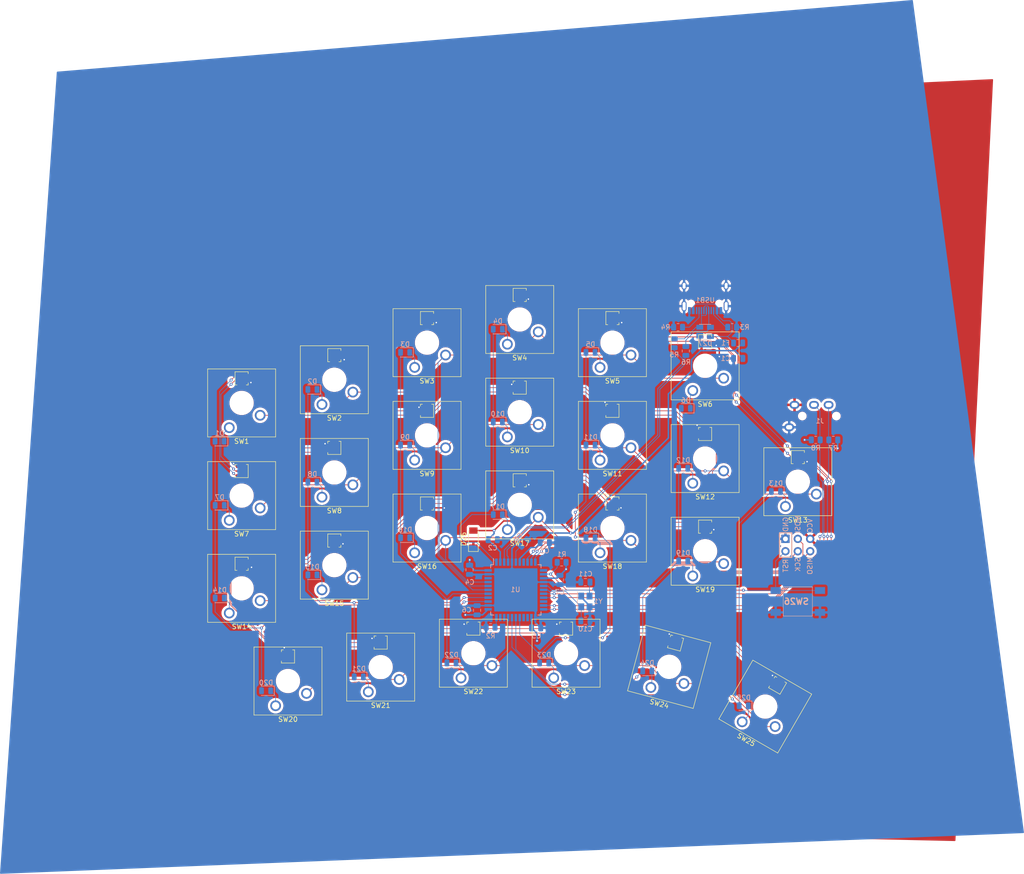
<source format=kicad_pcb>
(kicad_pcb (version 20171130) (host pcbnew "(5.1.9)-1")
  (layers (0 Front signal) (31 Back signal) (34 B.Paste user) (35 F.Paste user) (36 B.SilkS user) (37 F.SilkS user) (38 B.Mask user) (39 F.Mask user) (44 Edge.Cuts user))
  (net 0 "")
  (net 1 GND)
  (net 2 "Net-(SW1-Pad4)")
  (net 3 "Net-(SW1-Pad5)")
  (net 4 VCC)
  (net 5 "Net-(SW1-Pad6)")
  (net 6 "Net-(SW1-Pad7)")
  (net 7 /COL1)
  (net 8 "Net-(SW2-Pad4)")
  (net 9 "Net-(SW2-Pad5)")
  (net 10 /COL2)
  (net 11 "Net-(SW3-Pad4)")
  (net 12 "Net-(SW3-Pad5)")
  (net 13 /COL3)
  (net 14 "Net-(SW4-Pad4)")
  (net 15 "Net-(SW4-Pad5)")
  (net 16 /COL4)
  (net 17 "Net-(SW5-Pad4)")
  (net 18 "Net-(SW5-Pad5)")
  (net 19 /COL5)
  (net 20 "Net-(SW13-Pad7)")
  (net 21 "Net-(SW13-Pad6)")
  (net 22 /COL6)
  (net 23 "Net-(SW7-Pad6)")
  (net 24 "Net-(SW7-Pad7)")
  (net 25 "Net-(SW8-Pad6)")
  (net 26 "Net-(SW8-Pad7)")
  (net 27 "Net-(SW10-Pad5)")
  (net 28 "Net-(SW10-Pad4)")
  (net 29 "Net-(SW10-Pad6)")
  (net 30 "Net-(SW10-Pad7)")
  (net 31 "Net-(SW11-Pad6)")
  (net 32 "Net-(SW11-Pad7)")
  (net 33 "Net-(SW12-Pad6)")
  (net 34 "Net-(SW12-Pad7)")
  (net 35 /LED_CKI)
  (net 36 /LED_SDI)
  (net 37 /COL7)
  (net 38 "Net-(SW14-Pad4)")
  (net 39 "Net-(SW14-Pad5)")
  (net 40 "Net-(SW14-Pad6)")
  (net 41 "Net-(SW14-Pad7)")
  (net 42 "Net-(SW15-Pad4)")
  (net 43 "Net-(SW15-Pad5)")
  (net 44 "Net-(SW16-Pad4)")
  (net 45 "Net-(SW16-Pad5)")
  (net 46 "Net-(SW17-Pad4)")
  (net 47 "Net-(SW17-Pad5)")
  (net 48 "Net-(SW18-Pad4)")
  (net 49 "Net-(SW18-Pad5)")
  (net 50 "Net-(SW20-Pad6)")
  (net 51 "Net-(SW20-Pad7)")
  (net 52 "Net-(SW21-Pad6)")
  (net 53 "Net-(SW21-Pad7)")
  (net 54 "Net-(SW22-Pad6)")
  (net 55 "Net-(SW22-Pad7)")
  (net 56 "Net-(SW23-Pad6)")
  (net 57 "Net-(SW23-Pad7)")
  (net 58 "Net-(SW24-Pad6)")
  (net 59 "Net-(SW24-Pad7)")
  (net 60 "Net-(SW25-Pad6)")
  (net 61 "Net-(SW25-Pad7)")
  (net 62 /ROW1)
  (net 63 /ROW2)
  (net 64 /ROW3)
  (net 65 /ROW4)
  (net 66 VBUS)
  (net 67 /XTAL1)
  (net 68 /XTAL2)
  (net 69 "Net-(C8-Pad2)")
  (net 70 "Net-(D27-Pad4)")
  (net 71 /RESET)
  (net 72 /MOSI)
  (net 73 /SCK)
  (net 74 /MISO)
  (net 75 "Net-(R2-Pad1)")
  (net 76 "Net-(R3-Pad2)")
  (net 77 "Net-(R4-Pad1)")
  (net 78 /D-)
  (net 79 /D+)
  (net 80 "Net-(U1-Pad42)")
  (net 81 "Net-(U1-Pad32)")
  (net 82 "Net-(U1-Pad31)")
  (net 83 "Net-(U1-Pad26)")
  (net 84 "Net-(U1-Pad25)")
  (net 85 "Net-(U1-Pad20)")
  (net 86 "Net-(U1-Pad12)")
  (net 87 "Net-(U1-Pad8)")
  (net 88 "Net-(USB1-Pad3)")
  (net 89 "Net-(USB1-Pad9)")
  (net 90 "Net-(D1-Pad1)")
  (net 91 "Net-(D2-Pad1)")
  (net 92 "Net-(D3-Pad1)")
  (net 93 "Net-(D4-Pad1)")
  (net 94 "Net-(D5-Pad1)")
  (net 95 "Net-(D6-Pad1)")
  (net 96 "Net-(D7-Pad1)")
  (net 97 "Net-(D8-Pad1)")
  (net 98 "Net-(D9-Pad1)")
  (net 99 "Net-(D10-Pad1)")
  (net 100 "Net-(D11-Pad1)")
  (net 101 "Net-(D12-Pad1)")
  (net 102 "Net-(D13-Pad1)")
  (net 103 "Net-(D14-Pad1)")
  (net 104 "Net-(D15-Pad1)")
  (net 105 "Net-(D16-Pad1)")
  (net 106 "Net-(D17-Pad1)")
  (net 107 "Net-(D18-Pad1)")
  (net 108 "Net-(D19-Pad1)")
  (net 109 "Net-(D20-Pad1)")
  (net 110 "Net-(D21-Pad1)")
  (net 111 "Net-(D22-Pad1)")
  (net 112 "Net-(D23-Pad1)")
  (net 113 "Net-(D24-Pad1)")
  (net 114 "Net-(D25-Pad1)")
  (net 115 /USB_D+)
  (net 116 /USB_D-)
  (net 117 /SCL)
  (net 118 /SDA)
  (module Resistor_SMD:R_0805_2012Metric (layer Back) (at 216.154 78.5876)
    (fp_text reference R8 (at 0 1.65) (layer B.SilkS) (effects (justify mirror)))
    (fp_text value 10K)
    (pad 2 smd roundrect (at 0.9125 0) (size 1.025 1.4) (layers Back B.Paste B.Mask) (roundrect_rratio 0.243902) (net 117 /SCL))
    (pad 1 smd roundrect (at -0.9125 0) (size 1.025 1.4) (layers Back B.Paste B.Mask) (roundrect_rratio 0.243902) (net 4 VCC))
  )
  (module Resistor_SMD:R_0805_2012Metric (layer Back) (at 219.7589 78.5876 180)
    (fp_text reference R7 (at 0 -1.7018) (layer B.SilkS) (effects (justify mirror)))
    (fp_text value 10K)
    (pad 2 smd roundrect (at 0.9125 0 180) (size 1.025 1.4) (layers Back B.Paste B.Mask) (roundrect_rratio 0.243902) (net 118 /SDA))
    (pad 1 smd roundrect (at -0.9125 0 180) (size 1.025 1.4) (layers Back B.Paste B.Mask) (roundrect_rratio 0.243902) (net 4 VCC))
  )
  (module Diode_SMD:D_MiniMELF (layer Front) (at 145.796 98.976 90)
    (fp_text reference D26 (at 0 -2 270) (layer F.SilkS))
    (fp_text value D)
    (pad 2 smd rect (at 1.75 0 90) (size 1.3 1.7) (layers Front F.Paste F.Mask) (net 66 VBUS))
    (pad 1 smd rect (at -1.75 0 90) (size 1.3 1.7) (layers Front F.Paste F.Mask) (net 4 VCC))
  )
  (module Local:SW_Cherry_MX_RGB_R2L_2U (layer Front) (at 212.471 87.1855 180)
    (fp_text reference SW13 (at 0 -7.874) (layer F.SilkS))
    (fp_text value Cherry-MX-LED-APA102)
    (pad 6 smd rect (at 0.75 5.95 180) (size 0.8 0.5) (layers Front F.Paste F.Mask) (net 21 "Net-(SW13-Pad6)"))
    (pad 7 smd rect (at 0.75 5.05 180) (size 0.8 0.3) (layers Front F.Paste F.Mask) (net 20 "Net-(SW13-Pad7)"))
    (pad 8 smd rect (at 0.75 4.15 180) (size 0.8 0.5) (layers Front F.Paste F.Mask) (net 4 VCC))
    (pad 5 smd rect (at -0.75 5.95 180) (size 0.8 0.5) (layers Front F.Paste F.Mask) (net 36 /LED_SDI))
    (pad 3 smd rect (at -0.75 4.15 180) (size 0.8 0.5) (layers Front F.Paste F.Mask) (net 1 GND))
    (pad 4 smd rect (at -0.75 5.05 180) (size 0.8 0.3) (layers Front F.Paste F.Mask) (net 35 /LED_CKI))
    (pad "" np_thru_hole circle (at 0 0 180) (size 4 4) (drill 4) (layers *.Cu *.Mask))
    (pad 2 thru_hole circle (at -3.81 -2.54 180) (size 2.2 2.2) (drill 1.5) (layers *.Cu *.Mask) (net 63 /ROW2))
    (pad 1 thru_hole circle (at 2.54 -5.08 180) (size 2.2 2.2) (drill 1.5) (layers *.Cu *.Mask) (net 102 "Net-(D13-Pad1)"))
  )
  (module Capacitor_SMD:C_0805_2012Metric (layer Back) (at 168.81475 107.823 180)
    (fp_text reference C11 (at 0 1.68) (layer B.SilkS) (effects (justify mirror)))
    (fp_text value 6pF)
    (pad 2 smd roundrect (at 0.95 0 180) (size 1 1.45) (layers Back B.Paste B.Mask) (net 1 GND))
    (pad 1 smd roundrect (at -0.95 0 180) (size 1 1.45) (layers Back B.Paste B.Mask) (net 68 /XTAL2))
  )
  (module Capacitor_SMD:C_0805_2012Metric (layer Back) (at 168.81475 115.7605)
    (fp_text reference C10 (at 0 1.68) (layer B.SilkS) (effects (justify mirror)))
    (fp_text value 6pF)
    (pad 2 smd roundrect (at 0.95 0) (size 1 1.45) (layers Back B.Paste B.Mask) (net 1 GND))
    (pad 1 smd roundrect (at -0.95 0) (size 1 1.45) (layers Back B.Paste B.Mask) (net 67 /XTAL1))
  )
  (module Crystal:Crystal_SMD_3225-4Pin_3.2x2.5mm (layer Back) (at 168.81475 111.79175 90)
    (fp_text reference Y1 (at 0.03175 2.63525 180) (layer B.SilkS) (effects (justify mirror)))
    (fp_text value 16MHz)
    (pad 4 smd rect (at -1.1 0.85 90) (size 1.4 1.2) (layers Back B.Paste B.Mask) (net 1 GND))
    (pad 3 smd rect (at 1.1 0.85 90) (size 1.4 1.2) (layers Back B.Paste B.Mask) (net 68 /XTAL2))
    (pad 2 smd rect (at 1.1 -0.85 90) (size 1.4 1.2) (layers Back B.Paste B.Mask) (net 1 GND))
    (pad 1 smd rect (at -1.1 -0.85 90) (size 1.4 1.2) (layers Back B.Paste B.Mask) (net 67 /XTAL1))
  )
  (module Type-C:HRO-TYPE-C-31-M-12 (layer Back) (at 193.421 44.323)
    (fp_text reference USB1 (at 0 5.55625) (layer B.SilkS) (effects (justify mirror)))
    (fp_text value HRO-TYPE-C-31-M-12)
    (pad 12 smd rect (at 3.225 7.695) (size 0.6 1.45) (layers Back B.Paste B.Mask) (net 1 GND))
    (pad 1 smd rect (at -3.225 7.695) (size 0.6 1.45) (layers Back B.Paste B.Mask) (net 1 GND))
    (pad 11 smd rect (at 2.45 7.695) (size 0.6 1.45) (layers Back B.Paste B.Mask) (net 70 "Net-(D27-Pad4)"))
    (pad 2 smd rect (at -2.45 7.695) (size 0.6 1.45) (layers Back B.Paste B.Mask) (net 70 "Net-(D27-Pad4)"))
    (pad 3 smd rect (at -1.75 7.695) (size 0.3 1.45) (layers Back B.Paste B.Mask) (net 88 "Net-(USB1-Pad3)"))
    (pad 10 smd rect (at 1.75 7.695) (size 0.3 1.45) (layers Back B.Paste B.Mask) (net 76 "Net-(R3-Pad2)"))
    (pad 4 smd rect (at -1.25 7.695) (size 0.3 1.45) (layers Back B.Paste B.Mask) (net 77 "Net-(R4-Pad1)"))
    (pad 9 smd rect (at 1.25 7.695) (size 0.3 1.45) (layers Back B.Paste B.Mask) (net 89 "Net-(USB1-Pad9)"))
    (pad 5 smd rect (at -0.75 7.695) (size 0.3 1.45) (layers Back B.Paste B.Mask) (net 116 /USB_D-))
    (pad 8 smd rect (at 0.75 7.695) (size 0.3 1.45) (layers Back B.Paste B.Mask) (net 115 /USB_D+))
    (pad 7 smd rect (at 0.25 7.695) (size 0.3 1.45) (layers Back B.Paste B.Mask) (net 116 /USB_D-))
    (pad 6 smd rect (at -0.25 7.695) (size 0.3 1.45) (layers Back B.Paste B.Mask) (net 115 /USB_D+))
    (pad "" np_thru_hole circle (at 2.89 6.25) (size 0.65 0.65) (drill 0.65) (layers *.Cu *.Mask))
    (pad "" np_thru_hole circle (at -2.89 6.25) (size 0.65 0.65) (drill 0.65) (layers *.Cu *.Mask))
    (pad 13 thru_hole oval (at -4.32 6.78) (size 1 2.1) (drill oval 0.6 1.7) (layers *.Cu F.Mask) (net 1 GND))
    (pad 13 thru_hole oval (at 4.32 6.78) (size 1 2.1) (drill oval 0.6 1.7) (layers *.Cu F.Mask) (net 1 GND))
    (pad 13 thru_hole oval (at -4.32 2.6) (size 1 1.6) (drill oval 0.6 1.2) (layers *.Cu F.Mask) (net 1 GND))
    (pad 13 thru_hole oval (at 4.32 2.6) (size 1 1.6) (drill oval 0.6 1.2) (layers *.Cu F.Mask) (net 1 GND))
  )
  (module Local:LL3301NF065QG (layer Back) (at 212.471 111.79175)
    (fp_text reference SW26 (at -0.3 0) (layer B.SilkS) (effects (font (size 1.27 1.27) (thickness 0.254)) (justify mirror)))
    (fp_text value SW_Push hide)
    (pad 2 smd rect (at 4.55 -2.25 270) (size 1.4 2.1) (layers Back B.Paste B.Mask) (net 71 /RESET))
    (pad 2 smd rect (at -4.55 -2.25 270) (size 1.4 2.1) (layers Back B.Paste B.Mask) (net 71 /RESET))
    (pad 1 smd rect (at 4.55 2.25 270) (size 1.4 2.1) (layers Back B.Paste B.Mask) (net 1 GND))
    (pad 1 smd rect (at -4.55 2.25 270) (size 1.4 2.1) (layers Back B.Paste B.Mask) (net 1 GND))
  )
  (module Resistor_SMD:R_0805_2012Metric (layer Back) (at 189.45225 60.31675 90)
    (fp_text reference R6 (at -2.29425 0.03175 180) (layer B.SilkS) (effects (justify mirror)))
    (fp_text value 22)
    (pad 2 smd roundrect (at 0.9125 0 90) (size 1.025 1.4) (layers Back B.Paste B.Mask) (roundrect_rratio 0.243902) (net 115 /USB_D+))
    (pad 1 smd roundrect (at -0.9125 0 90) (size 1.025 1.4) (layers Back B.Paste B.Mask) (roundrect_rratio 0.243902) (net 79 /D+))
  )
  (module Resistor_SMD:R_0805_2012Metric (layer Back) (at 187.071 58.72925 90)
    (fp_text reference R5 (at -2.35775 0 180) (layer B.SilkS) (effects (justify mirror)))
    (fp_text value 22)
    (pad 2 smd roundrect (at 0.9125 0 90) (size 1.025 1.4) (layers Back B.Paste B.Mask) (roundrect_rratio 0.243902) (net 116 /USB_D-))
    (pad 1 smd roundrect (at -0.9125 0 90) (size 1.025 1.4) (layers Back B.Paste B.Mask) (roundrect_rratio 0.243902) (net 78 /D-))
  )
  (module Resistor_SMD:R_0805_2012Metric (layer Back) (at 187.86475 55.4355 180)
    (fp_text reference R4 (at 2.57175 0 180) (layer B.SilkS) (effects (justify mirror)))
    (fp_text value 5.1K)
    (pad 2 smd roundrect (at 0.9125 0 180) (size 1.025 1.4) (layers Back B.Paste B.Mask) (roundrect_rratio 0.243902) (net 1 GND))
    (pad 1 smd roundrect (at -0.9125 0 180) (size 1.025 1.4) (layers Back B.Paste B.Mask) (roundrect_rratio 0.243902) (net 77 "Net-(R4-Pad1)"))
  )
  (module Resistor_SMD:R_0805_2012Metric (layer Back) (at 198.97725 55.4355 180)
    (fp_text reference R3 (at -2.57175 0) (layer B.SilkS) (effects (justify mirror)))
    (fp_text value 5.1K)
    (pad 2 smd roundrect (at 0.9125 0 180) (size 1.025 1.4) (layers Back B.Paste B.Mask) (roundrect_rratio 0.243902) (net 76 "Net-(R3-Pad2)"))
    (pad 1 smd roundrect (at -0.9125 0 180) (size 1.025 1.4) (layers Back B.Paste B.Mask) (roundrect_rratio 0.243902) (net 1 GND))
  )
  (module Resistor_SMD:R_0805_2012Metric (layer Back) (at 149.3285 117.094 180)
    (fp_text reference R2 (at 0 -1.778) (layer B.SilkS) (effects (justify mirror)))
    (fp_text value 10K)
    (pad 2 smd roundrect (at 0.9125 0 180) (size 1.025 1.4) (layers Back B.Paste B.Mask) (roundrect_rratio 0.243902) (net 1 GND))
    (pad 1 smd roundrect (at -0.9125 0 180) (size 1.025 1.4) (layers Back B.Paste B.Mask) (roundrect_rratio 0.243902) (net 75 "Net-(R2-Pad1)"))
  )
  (module Resistor_SMD:R_0805_2012Metric (layer Back) (at 163.9335 103.759 180)
    (fp_text reference R1 (at 0 1.65) (layer B.SilkS) (effects (justify mirror)))
    (fp_text value 10K)
    (pad 2 smd roundrect (at 0.9125 0 180) (size 1.025 1.4) (layers Back B.Paste B.Mask) (roundrect_rratio 0.243902) (net 71 /RESET))
    (pad 1 smd roundrect (at -0.9125 0 180) (size 1.025 1.4) (layers Back B.Paste B.Mask) (roundrect_rratio 0.243902) (net 4 VCC))
  )
  (module Local:AVR-ISP-6 (layer Back) (at 212.471 100.203 90)
    (fp_text reference J2)
    (fp_text value AVR-ISP-6)
    (fp_text user MISO (at -4.25 2.5 90) (layer B.SilkS) (effects (justify mirror)))
    (fp_text user VCC (at 4 2.5 90) (layer B.SilkS) (effects (justify mirror)))
    (fp_text user SCK (at -4 0 90) (layer B.SilkS) (effects (justify mirror)))
    (fp_text user MOSI (at 4.25 0 90) (layer B.SilkS) (effects (justify mirror)))
    (fp_text user RST (at -4.25 -2.5 90) (layer B.SilkS) (effects (justify mirror)))
    (fp_text user GND (at 4.25 -2.5 90) (layer B.SilkS) (effects (justify mirror)))
    (pad 6 thru_hole rect (at 1.27 -2.54 90) (size 1.7 1.7) (drill 1) (layers *.Cu B.Mask) (net 1 GND))
    (pad 5 thru_hole circle (at -1.27 -2.54 90) (size 1.7 1.7) (drill 1) (layers *.Cu B.Mask) (net 71 /RESET))
    (pad 4 thru_hole circle (at 1.27 0 90) (size 1.7 1.7) (drill 1) (layers *.Cu B.Mask) (net 72 /MOSI))
    (pad 3 thru_hole circle (at -1.27 0 90) (size 1.7 1.7) (drill 1) (layers *.Cu B.Mask) (net 73 /SCK))
    (pad 2 thru_hole circle (at 1.27 2.54 90) (size 1.7 1.7) (drill 1) (layers *.Cu B.Mask) (net 4 VCC))
    (pad 1 thru_hole circle (at -1.27 2.54 90) (size 1.7 1.7) (drill 1) (layers *.Cu B.Mask) (net 74 /MISO))
  )
  (module Fuse:Fuse_0805_2012Metric (layer Back) (at 200.2005 58.674 180)
    (fp_text reference F1 (at 2.5885 0) (layer B.SilkS) (effects (justify mirror)))
    (fp_text value 500mA)
    (pad 2 smd roundrect (at 0.9375 0 180) (size 0.975 1.4) (layers Back B.Paste B.Mask) (net 70 "Net-(D27-Pad4)"))
    (pad 1 smd roundrect (at -0.9375 0 180) (size 0.975 1.4) (layers Back B.Paste B.Mask) (net 66 VBUS))
  )
  (module Package_TO_SOT_SMD:SOT-143 (layer Back) (at 193.421 56.3855)
    (fp_text reference D27 (at 0.02 2.38) (layer B.SilkS) (effects (justify mirror)))
    (fp_text value PRTR5V0U2X)
    (pad 4 smd rect (at 1.1 0.95 90) (size 1 1.4) (layers Back B.Paste B.Mask) (net 70 "Net-(D27-Pad4)"))
    (pad 3 smd rect (at 1.1 -0.95 90) (size 1 1.4) (layers Back B.Paste B.Mask) (net 115 /USB_D+))
    (pad 2 smd rect (at -1.1 -0.95 90) (size 1 1.4) (layers Back B.Paste B.Mask) (net 116 /USB_D-))
    (pad 1 smd rect (at -1.1 0.77 90) (size 1.2 1.4) (layers Back B.Paste B.Mask) (net 1 GND))
  )
  (module Capacitor_SMD:C_0805_2012Metric (layer Back) (at 156.236749 99.763501 225)
    (fp_text reference C8 (at 0 1.68 45) (layer B.SilkS) (effects (justify mirror)))
    (fp_text value 1uF)
    (pad 2 smd roundrect (at 0.95 0 225) (size 1 1.45) (layers Back B.Paste B.Mask) (net 69 "Net-(C8-Pad2)"))
    (pad 1 smd roundrect (at -0.95 0 225) (size 1 1.45) (layers Back B.Paste B.Mask) (net 1 GND))
  )
  (module Capacitor_SMD:C_0805_2012Metric (layer Back) (at 163.576 107.376 270)
    (fp_text reference C7 (at 2.479 0 180) (layer B.SilkS) (effects (justify mirror)))
    (fp_text value 0.1uF)
    (pad 2 smd roundrect (at 0.95 0 270) (size 1 1.45) (layers Back B.Paste B.Mask) (net 1 GND))
    (pad 1 smd roundrect (at -0.95 0 270) (size 1 1.45) (layers Back B.Paste B.Mask) (net 4 VCC))
  )
  (module Capacitor_SMD:C_0805_2012Metric (layer Back) (at 146.558 113.604 90)
    (fp_text reference C6 (at 0.066 -2.159 180) (layer B.SilkS) (effects (justify mirror)))
    (fp_text value 0.1uF)
    (pad 2 smd roundrect (at 0.95 0 90) (size 1 1.45) (layers Back B.Paste B.Mask) (net 1 GND))
    (pad 1 smd roundrect (at -0.95 0 90) (size 1 1.45) (layers Back B.Paste B.Mask) (net 4 VCC))
  )
  (module Capacitor_SMD:C_0805_2012Metric (layer Back) (at 158.689 117.221)
    (fp_text reference C5 (at 0.061 1.651) (layer B.SilkS) (effects (justify mirror)))
    (fp_text value 0.1uF)
    (pad 2 smd roundrect (at 0.95 0) (size 1 1.45) (layers Back B.Paste B.Mask) (net 1 GND))
    (pad 1 smd roundrect (at -0.95 0) (size 1 1.45) (layers Back B.Paste B.Mask) (net 4 VCC))
  )
  (module Capacitor_SMD:C_0805_2012Metric (layer Back) (at 145.00225 105.2855 270)
    (fp_text reference C4 (at 2.5375 -0.03175 180) (layer B.SilkS) (effects (justify mirror)))
    (fp_text value 0.1uF)
    (pad 2 smd roundrect (at 0.95 0 270) (size 1 1.45) (layers Back B.Paste B.Mask) (net 1 GND))
    (pad 1 smd roundrect (at -0.95 0 270) (size 1 1.45) (layers Back B.Paste B.Mask) (net 4 VCC))
  )
  (module Capacitor_SMD:C_0805_2012Metric (layer Back) (at 160.462 99.695)
    (fp_text reference C3 (at 0 1.68) (layer B.SilkS) (effects (justify mirror)))
    (fp_text value 0.1uF)
    (pad 2 smd roundrect (at 0.95 0) (size 1 1.45) (layers Back B.Paste B.Mask) (net 1 GND))
    (pad 1 smd roundrect (at -0.95 0) (size 1 1.45) (layers Back B.Paste B.Mask) (net 66 VBUS))
  )
  (module Capacitor_SMD:C_0805_2012Metric (layer Back) (at 149.76475 99.09175)
    (fp_text reference C2 (at 0 1.68) (layer B.SilkS) (effects (justify mirror)))
    (fp_text value 0.1uF)
    (pad 2 smd roundrect (at 0.95 0) (size 1 1.45) (layers Back B.Paste B.Mask) (net 1 GND))
    (pad 1 smd roundrect (at -0.95 0) (size 1 1.45) (layers Back B.Paste B.Mask) (net 66 VBUS))
  )
  (module Capacitor_SMD:C_0805_2012Metric (layer Back) (at 200.218 61.849 180)
    (fp_text reference C1 (at 2.606 0) (layer B.SilkS) (effects (justify mirror)))
    (fp_text value 10uF)
    (pad 2 smd roundrect (at 0.95 0 180) (size 1 1.45) (layers Back B.Paste B.Mask) (net 1 GND))
    (pad 1 smd roundrect (at -0.95 0 180) (size 1 1.45) (layers Back B.Paste B.Mask) (net 66 VBUS))
  )
  (module Local:TRRS-PJ-320A (layer Back) (at 221.996 73.69175 90)
    (fp_text reference J1 (at -1 -5) (layer B.SilkS) (effects (justify mirror)))
    (fp_text value AudioJack4)
    (pad R1 thru_hole oval (at 2.3 -6.2 90) (size 1.6 2) (drill oval 0.9 1.3) (layers *.Cu *.Mask) (net 117 /SCL))
    (pad "" np_thru_hole circle (at 0 -1.6 90) (size 0.8 0.8) (drill 0.8) (layers *.Cu *.Mask))
    (pad "" np_thru_hole circle (at 0 -8.6 90) (size 0.8 0.8) (drill 0.8) (layers *.Cu *.Mask))
    (pad R2 thru_hole oval (at 2.3 -3.2 90) (size 1.6 2) (drill oval 0.9 1.3) (layers *.Cu *.Mask) (net 118 /SDA))
    (pad T thru_hole oval (at 2.3 -10.2 90) (size 1.6 2) (drill oval 0.9 1.3) (layers *.Cu *.Mask) (net 4 VCC))
    (pad S thru_hole oval (at -2.3 -11.3 90) (size 1.6 2) (drill oval 0.9 1.3) (layers *.Cu *.Mask) (net 1 GND))
  )
  (module Package_QFP:TQFP-44_10x10mm_P0.8mm (layer Back) (at 154.52725 109.4105 270)
    (fp_text reference U1 (at -0.0635 0.09525 180) (layer B.SilkS) (effects (justify mirror)))
    (fp_text value ATmega32U4-AU)
    (pad 44 smd rect (at -4 5.7 180) (size 1.5 0.55) (layers Back B.Paste B.Mask) (net 4 VCC))
    (pad 43 smd rect (at -3.2 5.7 180) (size 1.5 0.55) (layers Back B.Paste B.Mask) (net 1 GND))
    (pad 42 smd rect (at -2.4 5.7 180) (size 1.5 0.55) (layers Back B.Paste B.Mask) (net 80 "Net-(U1-Pad42)"))
    (pad 41 smd rect (at -1.6 5.7 180) (size 1.5 0.55) (layers Back B.Paste B.Mask) (net 64 /ROW3))
    (pad 40 smd rect (at -0.8 5.7 180) (size 1.5 0.55) (layers Back B.Paste B.Mask) (net 63 /ROW2))
    (pad 39 smd rect (at 0 5.7 180) (size 1.5 0.55) (layers Back B.Paste B.Mask) (net 62 /ROW1))
    (pad 38 smd rect (at 0.8 5.7 180) (size 1.5 0.55) (layers Back B.Paste B.Mask) (net 13 /COL3))
    (pad 37 smd rect (at 1.6 5.7 180) (size 1.5 0.55) (layers Back B.Paste B.Mask) (net 10 /COL2))
    (pad 36 smd rect (at 2.4 5.7 180) (size 1.5 0.55) (layers Back B.Paste B.Mask) (net 7 /COL1))
    (pad 35 smd rect (at 3.2 5.7 180) (size 1.5 0.55) (layers Back B.Paste B.Mask) (net 1 GND))
    (pad 34 smd rect (at 4 5.7 180) (size 1.5 0.55) (layers Back B.Paste B.Mask) (net 4 VCC))
    (pad 33 smd rect (at 5.7 4 270) (size 1.5 0.55) (layers Back B.Paste B.Mask) (net 75 "Net-(R2-Pad1)"))
    (pad 32 smd rect (at 5.7 3.2 270) (size 1.5 0.55) (layers Back B.Paste B.Mask) (net 81 "Net-(U1-Pad32)"))
    (pad 31 smd rect (at 5.7 2.4 270) (size 1.5 0.55) (layers Back B.Paste B.Mask) (net 82 "Net-(U1-Pad31)"))
    (pad 30 smd rect (at 5.7 1.6 270) (size 1.5 0.55) (layers Back B.Paste B.Mask) (net 65 /ROW4))
    (pad 29 smd rect (at 5.7 0.8 270) (size 1.5 0.55) (layers Back B.Paste B.Mask) (net 37 /COL7))
    (pad 28 smd rect (at 5.7 0 270) (size 1.5 0.55) (layers Back B.Paste B.Mask) (net 22 /COL6))
    (pad 27 smd rect (at 5.7 -0.8 270) (size 1.5 0.55) (layers Back B.Paste B.Mask) (net 19 /COL5))
    (pad 26 smd rect (at 5.7 -1.6 270) (size 1.5 0.55) (layers Back B.Paste B.Mask) (net 83 "Net-(U1-Pad26)"))
    (pad 25 smd rect (at 5.7 -2.4 270) (size 1.5 0.55) (layers Back B.Paste B.Mask) (net 84 "Net-(U1-Pad25)"))
    (pad 24 smd rect (at 5.7 -3.2 270) (size 1.5 0.55) (layers Back B.Paste B.Mask) (net 4 VCC))
    (pad 23 smd rect (at 5.7 -4 270) (size 1.5 0.55) (layers Back B.Paste B.Mask) (net 1 GND))
    (pad 22 smd rect (at 4 -5.7 180) (size 1.5 0.55) (layers Back B.Paste B.Mask) (net 36 /LED_SDI))
    (pad 21 smd rect (at 3.2 -5.7 180) (size 1.5 0.55) (layers Back B.Paste B.Mask) (net 35 /LED_CKI))
    (pad 20 smd rect (at 2.4 -5.7 180) (size 1.5 0.55) (layers Back B.Paste B.Mask) (net 85 "Net-(U1-Pad20)"))
    (pad 19 smd rect (at 1.6 -5.7 180) (size 1.5 0.55) (layers Back B.Paste B.Mask) (net 118 /SDA))
    (pad 18 smd rect (at 0.8 -5.7 180) (size 1.5 0.55) (layers Back B.Paste B.Mask) (net 117 /SCL))
    (pad 17 smd rect (at 0 -5.7 180) (size 1.5 0.55) (layers Back B.Paste B.Mask) (net 67 /XTAL1))
    (pad 16 smd rect (at -0.8 -5.7 180) (size 1.5 0.55) (layers Back B.Paste B.Mask) (net 68 /XTAL2))
    (pad 15 smd rect (at -1.6 -5.7 180) (size 1.5 0.55) (layers Back B.Paste B.Mask) (net 1 GND))
    (pad 14 smd rect (at -2.4 -5.7 180) (size 1.5 0.55) (layers Back B.Paste B.Mask) (net 4 VCC))
    (pad 13 smd rect (at -3.2 -5.7 180) (size 1.5 0.55) (layers Back B.Paste B.Mask) (net 71 /RESET))
    (pad 12 smd rect (at -4 -5.7 180) (size 1.5 0.55) (layers Back B.Paste B.Mask) (net 86 "Net-(U1-Pad12)"))
    (pad 11 smd rect (at -5.7 -4 270) (size 1.5 0.55) (layers Back B.Paste B.Mask) (net 74 /MISO))
    (pad 10 smd rect (at -5.7 -3.2 270) (size 1.5 0.55) (layers Back B.Paste B.Mask) (net 72 /MOSI))
    (pad 9 smd rect (at -5.7 -2.4 270) (size 1.5 0.55) (layers Back B.Paste B.Mask) (net 73 /SCK))
    (pad 8 smd rect (at -5.7 -1.6 270) (size 1.5 0.55) (layers Back B.Paste B.Mask) (net 87 "Net-(U1-Pad8)"))
    (pad 7 smd rect (at -5.7 -0.8 270) (size 1.5 0.55) (layers Back B.Paste B.Mask) (net 66 VBUS))
    (pad 6 smd rect (at -5.7 0 270) (size 1.5 0.55) (layers Back B.Paste B.Mask) (net 69 "Net-(C8-Pad2)"))
    (pad 5 smd rect (at -5.7 0.8 270) (size 1.5 0.55) (layers Back B.Paste B.Mask) (net 1 GND))
    (pad 4 smd rect (at -5.7 1.6 270) (size 1.5 0.55) (layers Back B.Paste B.Mask) (net 79 /D+))
    (pad 3 smd rect (at -5.7 2.4 270) (size 1.5 0.55) (layers Back B.Paste B.Mask) (net 78 /D-))
    (pad 2 smd rect (at -5.7 3.2 270) (size 1.5 0.55) (layers Back B.Paste B.Mask) (net 66 VBUS))
    (pad 1 smd rect (at -5.7 4 270) (size 1.5 0.55) (layers Back B.Paste B.Mask) (net 16 /COL4))
  )
  (module Diode_SMD:D_0805_2012Metric (layer Back) (at 201.3585 133.223 180)
    (fp_text reference D25 (at 0 1.65) (layer B.SilkS) (effects (justify mirror)))
    (fp_text value D)
    (pad 2 smd roundrect (at 0.9375 0 180) (size 0.975 1.4) (layers Back B.Paste B.Mask) (net 37 /COL7))
    (pad 1 smd roundrect (at -0.9375 0 180) (size 0.975 1.4) (layers Back B.Paste B.Mask) (net 114 "Net-(D25-Pad1)"))
  )
  (module Diode_SMD:D_0805_2012Metric (layer Back) (at 181.5367 126.07925 180)
    (fp_text reference D24 (at 0 1.65) (layer B.SilkS) (effects (justify mirror)))
    (fp_text value D)
    (pad 2 smd roundrect (at 0.9375 0 180) (size 0.975 1.4) (layers Back B.Paste B.Mask) (net 22 /COL6))
    (pad 1 smd roundrect (at -0.9375 0 180) (size 0.975 1.4) (layers Back B.Paste B.Mask) (net 113 "Net-(D24-Pad1)"))
  )
  (module Diode_SMD:D_0805_2012Metric (layer Back) (at 160.346 124.428 180)
    (fp_text reference D23 (at 0 1.65) (layer B.SilkS) (effects (justify mirror)))
    (fp_text value D)
    (pad 2 smd roundrect (at 0.9375 0 180) (size 0.975 1.4) (layers Back B.Paste B.Mask) (net 19 /COL5))
    (pad 1 smd roundrect (at -0.9375 0 180) (size 0.975 1.4) (layers Back B.Paste B.Mask) (net 112 "Net-(D23-Pad1)"))
  )
  (module Diode_SMD:D_0805_2012Metric (layer Back) (at 141.296 124.428 180)
    (fp_text reference D22 (at 0 1.65) (layer B.SilkS) (effects (justify mirror)))
    (fp_text value D)
    (pad 2 smd roundrect (at 0.9375 0 180) (size 0.975 1.4) (layers Back B.Paste B.Mask) (net 13 /COL3))
    (pad 1 smd roundrect (at -0.9375 0 180) (size 0.975 1.4) (layers Back B.Paste B.Mask) (net 111 "Net-(D22-Pad1)"))
  )
  (module Diode_SMD:D_0805_2012Metric (layer Back) (at 122.246 127.2855 180)
    (fp_text reference D21 (at 0 1.65) (layer B.SilkS) (effects (justify mirror)))
    (fp_text value D)
    (pad 2 smd roundrect (at 0.9375 0 180) (size 0.975 1.4) (layers Back B.Paste B.Mask) (net 10 /COL2))
    (pad 1 smd roundrect (at -0.9375 0 180) (size 0.975 1.4) (layers Back B.Paste B.Mask) (net 110 "Net-(D21-Pad1)"))
  )
  (module Diode_SMD:D_0805_2012Metric (layer Back) (at 103.196 130.143 180)
    (fp_text reference D20 (at 0 1.65) (layer B.SilkS) (effects (justify mirror)))
    (fp_text value D)
    (pad 2 smd roundrect (at 0.9375 0 180) (size 0.975 1.4) (layers Back B.Paste B.Mask) (net 7 /COL1))
    (pad 1 smd roundrect (at -0.9375 0 180) (size 0.975 1.4) (layers Back B.Paste B.Mask) (net 109 "Net-(D20-Pad1)"))
  )
  (module Diode_SMD:D_0805_2012Metric (layer Back) (at 188.921 103.473 180)
    (fp_text reference D19 (at 0 1.65) (layer B.SilkS) (effects (justify mirror)))
    (fp_text value D)
    (pad 2 smd roundrect (at 0.9375 0 180) (size 0.975 1.4) (layers Back B.Paste B.Mask) (net 22 /COL6))
    (pad 1 smd roundrect (at -0.9375 0 180) (size 0.975 1.4) (layers Back B.Paste B.Mask) (net 108 "Net-(D19-Pad1)"))
  )
  (module Diode_SMD:D_0805_2012Metric (layer Back) (at 169.871 98.7105 180)
    (fp_text reference D18 (at 0 1.65 180) (layer B.SilkS) (effects (justify mirror)))
    (fp_text value D)
    (pad 2 smd roundrect (at 0.9375 0 180) (size 0.975 1.4) (layers Back B.Paste B.Mask) (net 19 /COL5))
    (pad 1 smd roundrect (at -0.9375 0 180) (size 0.975 1.4) (layers Back B.Paste B.Mask) (net 107 "Net-(D18-Pad1)"))
  )
  (module Diode_SMD:D_0805_2012Metric (layer Back) (at 150.821 93.948 180)
    (fp_text reference D17 (at 0 1.65 180) (layer B.SilkS) (effects (justify mirror)))
    (fp_text value D)
    (pad 2 smd roundrect (at 0.9375 0 180) (size 0.975 1.4) (layers Back B.Paste B.Mask) (net 16 /COL4))
    (pad 1 smd roundrect (at -0.9375 0 180) (size 0.975 1.4) (layers Back B.Paste B.Mask) (net 106 "Net-(D17-Pad1)"))
  )
  (module Diode_SMD:D_0805_2012Metric (layer Back) (at 131.771 98.7105 180)
    (fp_text reference D16 (at 0 1.65 180) (layer B.SilkS) (effects (justify mirror)))
    (fp_text value D)
    (pad 2 smd roundrect (at 0.9375 0 180) (size 0.975 1.4) (layers Back B.Paste B.Mask) (net 13 /COL3))
    (pad 1 smd roundrect (at -0.9375 0 180) (size 0.975 1.4) (layers Back B.Paste B.Mask) (net 105 "Net-(D16-Pad1)"))
  )
  (module Diode_SMD:D_0805_2012Metric (layer Back) (at 112.721 106.3305 180)
    (fp_text reference D15 (at 0 1.65 180) (layer B.SilkS) (effects (justify mirror)))
    (fp_text value D)
    (pad 2 smd roundrect (at 0.9375 0 180) (size 0.975 1.4) (layers Back B.Paste B.Mask) (net 10 /COL2))
    (pad 1 smd roundrect (at -0.9375 0 180) (size 0.975 1.4) (layers Back B.Paste B.Mask) (net 104 "Net-(D15-Pad1)"))
  )
  (module Diode_SMD:D_0805_2012Metric (layer Back) (at 93.671 111.093 180)
    (fp_text reference D14 (at 0 1.65 180) (layer B.SilkS) (effects (justify mirror)))
    (fp_text value D)
    (pad 2 smd roundrect (at 0.9375 0 180) (size 0.975 1.4) (layers Back B.Paste B.Mask) (net 7 /COL1))
    (pad 1 smd roundrect (at -0.9375 0 180) (size 0.975 1.4) (layers Back B.Paste B.Mask) (net 103 "Net-(D14-Pad1)"))
  )
  (module Diode_SMD:D_0805_2012Metric (layer Back) (at 207.971 89.1855 180)
    (fp_text reference D13 (at 0 1.65) (layer B.SilkS) (effects (justify mirror)))
    (fp_text value D)
    (pad 2 smd roundrect (at 0.9375 0 180) (size 0.975 1.4) (layers Back B.Paste B.Mask) (net 37 /COL7))
    (pad 1 smd roundrect (at -0.9375 0 180) (size 0.975 1.4) (layers Back B.Paste B.Mask) (net 102 "Net-(D13-Pad1)"))
  )
  (module Diode_SMD:D_0805_2012Metric (layer Back) (at 188.921 84.423 180)
    (fp_text reference D12 (at 0 1.65 180) (layer B.SilkS) (effects (justify mirror)))
    (fp_text value D)
    (pad 2 smd roundrect (at 0.9375 0 180) (size 0.975 1.4) (layers Back B.Paste B.Mask) (net 22 /COL6))
    (pad 1 smd roundrect (at -0.9375 0 180) (size 0.975 1.4) (layers Back B.Paste B.Mask) (net 101 "Net-(D12-Pad1)"))
  )
  (module Diode_SMD:D_0805_2012Metric (layer Back) (at 169.871 79.6605 180)
    (fp_text reference D11 (at 0 1.65 180) (layer B.SilkS) (effects (justify mirror)))
    (fp_text value D)
    (pad 2 smd roundrect (at 0.9375 0 180) (size 0.975 1.4) (layers Back B.Paste B.Mask) (net 19 /COL5))
    (pad 1 smd roundrect (at -0.9375 0 180) (size 0.975 1.4) (layers Back B.Paste B.Mask) (net 100 "Net-(D11-Pad1)"))
  )
  (module Diode_SMD:D_0805_2012Metric (layer Back) (at 150.821 74.898 180)
    (fp_text reference D10 (at 0 1.65 180) (layer B.SilkS) (effects (justify mirror)))
    (fp_text value D)
    (pad 2 smd roundrect (at 0.9375 0 180) (size 0.975 1.4) (layers Back B.Paste B.Mask) (net 16 /COL4))
    (pad 1 smd roundrect (at -0.9375 0 180) (size 0.975 1.4) (layers Back B.Paste B.Mask) (net 99 "Net-(D10-Pad1)"))
  )
  (module Diode_SMD:D_0805_2012Metric (layer Back) (at 131.771 79.6605 180)
    (fp_text reference D9 (at 0 1.65 180) (layer B.SilkS) (effects (justify mirror)))
    (fp_text value D)
    (pad 2 smd roundrect (at 0.9375 0 180) (size 0.975 1.4) (layers Back B.Paste B.Mask) (net 13 /COL3))
    (pad 1 smd roundrect (at -0.9375 0 180) (size 0.975 1.4) (layers Back B.Paste B.Mask) (net 98 "Net-(D9-Pad1)"))
  )
  (module Diode_SMD:D_0805_2012Metric (layer Back) (at 112.721 87.2805 180)
    (fp_text reference D8 (at 0 1.65 180) (layer B.SilkS) (effects (justify mirror)))
    (fp_text value D)
    (pad 2 smd roundrect (at 0.9375 0 180) (size 0.975 1.4) (layers Back B.Paste B.Mask) (net 10 /COL2))
    (pad 1 smd roundrect (at -0.9375 0 180) (size 0.975 1.4) (layers Back B.Paste B.Mask) (net 97 "Net-(D8-Pad1)"))
  )
  (module Diode_SMD:D_0805_2012Metric (layer Back) (at 93.671 92.043 180)
    (fp_text reference D7 (at 0 1.65 180) (layer B.SilkS) (effects (justify mirror)))
    (fp_text value D)
    (pad 2 smd roundrect (at 0.9375 0 180) (size 0.975 1.4) (layers Back B.Paste B.Mask) (net 7 /COL1))
    (pad 1 smd roundrect (at -0.9375 0 180) (size 0.975 1.4) (layers Back B.Paste B.Mask) (net 96 "Net-(D7-Pad1)"))
  )
  (module Diode_SMD:D_0805_2012Metric (layer Back) (at 189.45225 72.10425 180)
    (fp_text reference D6 (at 0 1.65 180) (layer B.SilkS) (effects (justify mirror)))
    (fp_text value D)
    (pad 2 smd roundrect (at 0.9375 0 180) (size 0.975 1.4) (layers Back B.Paste B.Mask) (net 22 /COL6))
    (pad 1 smd roundrect (at -0.9375 0 180) (size 0.975 1.4) (layers Back B.Paste B.Mask) (net 95 "Net-(D6-Pad1)"))
  )
  (module Diode_SMD:D_0805_2012Metric (layer Back) (at 169.871 60.6105 180)
    (fp_text reference D5 (at 0 1.65 180) (layer B.SilkS) (effects (justify mirror)))
    (fp_text value D)
    (pad 2 smd roundrect (at 0.9375 0 180) (size 0.975 1.4) (layers Back B.Paste B.Mask) (net 19 /COL5))
    (pad 1 smd roundrect (at -0.9375 0 180) (size 0.975 1.4) (layers Back B.Paste B.Mask) (net 94 "Net-(D5-Pad1)"))
  )
  (module Diode_SMD:D_0805_2012Metric (layer Back) (at 150.821 55.848 180)
    (fp_text reference D4 (at 0 1.65 180) (layer B.SilkS) (effects (justify mirror)))
    (fp_text value D)
    (pad 2 smd roundrect (at 0.9375 0 180) (size 0.975 1.4) (layers Back B.Paste B.Mask) (net 16 /COL4))
    (pad 1 smd roundrect (at -0.9375 0 180) (size 0.975 1.4) (layers Back B.Paste B.Mask) (net 93 "Net-(D4-Pad1)"))
  )
  (module Diode_SMD:D_0805_2012Metric (layer Back) (at 131.771 60.6105 180)
    (fp_text reference D3 (at 0 1.65 180) (layer B.SilkS) (effects (justify mirror)))
    (fp_text value D)
    (pad 2 smd roundrect (at 0.9375 0 180) (size 0.975 1.4) (layers Back B.Paste B.Mask) (net 13 /COL3))
    (pad 1 smd roundrect (at -0.9375 0 180) (size 0.975 1.4) (layers Back B.Paste B.Mask) (net 92 "Net-(D3-Pad1)"))
  )
  (module Diode_SMD:D_0805_2012Metric (layer Back) (at 112.721 68.2305 180)
    (fp_text reference D2 (at 0 1.65 180) (layer B.SilkS) (effects (justify mirror)))
    (fp_text value D)
    (pad 2 smd roundrect (at 0.9375 0 180) (size 0.975 1.4) (layers Back B.Paste B.Mask) (net 10 /COL2))
    (pad 1 smd roundrect (at -0.9375 0 180) (size 0.975 1.4) (layers Back B.Paste B.Mask) (net 91 "Net-(D2-Pad1)"))
  )
  (module Diode_SMD:D_0805_2012Metric (layer Back) (at 93.6475 78.867 180)
    (fp_text reference D1 (at 0 1.65 180) (layer B.SilkS) (effects (justify mirror)))
    (fp_text value D)
    (pad 2 smd roundrect (at 0.9375 0 180) (size 0.975 1.4) (layers Back B.Paste B.Mask) (net 7 /COL1))
    (pad 1 smd roundrect (at -0.9375 0 180) (size 0.975 1.4) (layers Back B.Paste B.Mask) (net 90 "Net-(D1-Pad1)"))
  )
  (module Local:SW_Cherry_MX_RGB_R2L (layer Front) (at 193.421 101.473 180)
    (fp_text reference SW19 (at 0 -7.874) (layer F.SilkS))
    (fp_text value Cherry-MX-LED-APA102)
    (pad 6 smd rect (at 0.75 5.95 180) (size 0.8 0.5) (layers Front F.Paste F.Mask) (net 49 "Net-(SW18-Pad5)"))
    (pad 7 smd rect (at 0.75 5.05 180) (size 0.8 0.3) (layers Front F.Paste F.Mask) (net 48 "Net-(SW18-Pad4)"))
    (pad 8 smd rect (at 0.75 4.15 180) (size 0.8 0.5) (layers Front F.Paste F.Mask) (net 4 VCC))
    (pad 5 smd rect (at -0.75 5.95 180) (size 0.8 0.5) (layers Front F.Paste F.Mask) (net 33 "Net-(SW12-Pad6)"))
    (pad 3 smd rect (at -0.75 4.15 180) (size 0.8 0.5) (layers Front F.Paste F.Mask) (net 1 GND))
    (pad 4 smd rect (at -0.75 5.05 180) (size 0.8 0.3) (layers Front F.Paste F.Mask) (net 34 "Net-(SW12-Pad7)"))
    (pad "" np_thru_hole circle (at 0 0 180) (size 4 4) (drill 4) (layers *.Cu *.Mask))
    (pad 2 thru_hole circle (at -3.81 -2.54 180) (size 2.2 2.2) (drill 1.5) (layers *.Cu *.Mask) (net 64 /ROW3))
    (pad 1 thru_hole circle (at 2.54 -5.08 180) (size 2.2 2.2) (drill 1.5) (layers *.Cu *.Mask) (net 108 "Net-(D19-Pad1)"))
  )
  (module Local:SW_Cherry_MX_RGB_R2L (layer Front) (at 174.371 96.7105 180)
    (fp_text reference SW18 (at 0 -7.874) (layer F.SilkS))
    (fp_text value Cherry-MX-LED-APA102)
    (pad 6 smd rect (at 0.75 5.95 180) (size 0.8 0.5) (layers Front F.Paste F.Mask) (net 47 "Net-(SW17-Pad5)"))
    (pad 7 smd rect (at 0.75 5.05 180) (size 0.8 0.3) (layers Front F.Paste F.Mask) (net 46 "Net-(SW17-Pad4)"))
    (pad 8 smd rect (at 0.75 4.15 180) (size 0.8 0.5) (layers Front F.Paste F.Mask) (net 4 VCC))
    (pad 5 smd rect (at -0.75 5.95 180) (size 0.8 0.5) (layers Front F.Paste F.Mask) (net 49 "Net-(SW18-Pad5)"))
    (pad 3 smd rect (at -0.75 4.15 180) (size 0.8 0.5) (layers Front F.Paste F.Mask) (net 1 GND))
    (pad 4 smd rect (at -0.75 5.05 180) (size 0.8 0.3) (layers Front F.Paste F.Mask) (net 48 "Net-(SW18-Pad4)"))
    (pad "" np_thru_hole circle (at 0 0 180) (size 4 4) (drill 4) (layers *.Cu *.Mask))
    (pad 2 thru_hole circle (at -3.81 -2.54 180) (size 2.2 2.2) (drill 1.5) (layers *.Cu *.Mask) (net 64 /ROW3))
    (pad 1 thru_hole circle (at 2.54 -5.08 180) (size 2.2 2.2) (drill 1.5) (layers *.Cu *.Mask) (net 107 "Net-(D18-Pad1)"))
  )
  (module Local:SW_Cherry_MX_RGB_R2L (layer Front) (at 155.321 91.948 180)
    (fp_text reference SW17 (at 0 -7.874) (layer F.SilkS))
    (fp_text value Cherry-MX-LED-APA102)
    (pad 6 smd rect (at 0.75 5.95 180) (size 0.8 0.5) (layers Front F.Paste F.Mask) (net 45 "Net-(SW16-Pad5)"))
    (pad 7 smd rect (at 0.75 5.05 180) (size 0.8 0.3) (layers Front F.Paste F.Mask) (net 44 "Net-(SW16-Pad4)"))
    (pad 8 smd rect (at 0.75 4.15 180) (size 0.8 0.5) (layers Front F.Paste F.Mask) (net 4 VCC))
    (pad 5 smd rect (at -0.75 5.95 180) (size 0.8 0.5) (layers Front F.Paste F.Mask) (net 47 "Net-(SW17-Pad5)"))
    (pad 3 smd rect (at -0.75 4.15 180) (size 0.8 0.5) (layers Front F.Paste F.Mask) (net 1 GND))
    (pad 4 smd rect (at -0.75 5.05 180) (size 0.8 0.3) (layers Front F.Paste F.Mask) (net 46 "Net-(SW17-Pad4)"))
    (pad "" np_thru_hole circle (at 0 0 180) (size 4 4) (drill 4) (layers *.Cu *.Mask))
    (pad 2 thru_hole circle (at -3.81 -2.54 180) (size 2.2 2.2) (drill 1.5) (layers *.Cu *.Mask) (net 64 /ROW3))
    (pad 1 thru_hole circle (at 2.54 -5.08 180) (size 2.2 2.2) (drill 1.5) (layers *.Cu *.Mask) (net 106 "Net-(D17-Pad1)"))
  )
  (module Local:SW_Cherry_MX_RGB_R2L (layer Front) (at 136.271 96.7105 180)
    (fp_text reference SW16 (at 0 -7.874) (layer F.SilkS))
    (fp_text value Cherry-MX-LED-APA102)
    (pad 6 smd rect (at 0.75 5.95 180) (size 0.8 0.5) (layers Front F.Paste F.Mask) (net 43 "Net-(SW15-Pad5)"))
    (pad 7 smd rect (at 0.75 5.05 180) (size 0.8 0.3) (layers Front F.Paste F.Mask) (net 42 "Net-(SW15-Pad4)"))
    (pad 8 smd rect (at 0.75 4.15 180) (size 0.8 0.5) (layers Front F.Paste F.Mask) (net 4 VCC))
    (pad 5 smd rect (at -0.75 5.95 180) (size 0.8 0.5) (layers Front F.Paste F.Mask) (net 45 "Net-(SW16-Pad5)"))
    (pad 3 smd rect (at -0.75 4.15 180) (size 0.8 0.5) (layers Front F.Paste F.Mask) (net 1 GND))
    (pad 4 smd rect (at -0.75 5.05 180) (size 0.8 0.3) (layers Front F.Paste F.Mask) (net 44 "Net-(SW16-Pad4)"))
    (pad "" np_thru_hole circle (at 0 0 180) (size 4 4) (drill 4) (layers *.Cu *.Mask))
    (pad 2 thru_hole circle (at -3.81 -2.54 180) (size 2.2 2.2) (drill 1.5) (layers *.Cu *.Mask) (net 64 /ROW3))
    (pad 1 thru_hole circle (at 2.54 -5.08 180) (size 2.2 2.2) (drill 1.5) (layers *.Cu *.Mask) (net 105 "Net-(D16-Pad1)"))
  )
  (module Local:SW_Cherry_MX_RGB_R2L (layer Front) (at 117.221 104.3305 180)
    (fp_text reference SW15 (at 0 -7.874) (layer F.SilkS))
    (fp_text value Cherry-MX-LED-APA102)
    (pad 6 smd rect (at 0.75 5.95 180) (size 0.8 0.5) (layers Front F.Paste F.Mask) (net 39 "Net-(SW14-Pad5)"))
    (pad 7 smd rect (at 0.75 5.05 180) (size 0.8 0.3) (layers Front F.Paste F.Mask) (net 38 "Net-(SW14-Pad4)"))
    (pad 8 smd rect (at 0.75 4.15 180) (size 0.8 0.5) (layers Front F.Paste F.Mask) (net 4 VCC))
    (pad 5 smd rect (at -0.75 5.95 180) (size 0.8 0.5) (layers Front F.Paste F.Mask) (net 43 "Net-(SW15-Pad5)"))
    (pad 3 smd rect (at -0.75 4.15 180) (size 0.8 0.5) (layers Front F.Paste F.Mask) (net 1 GND))
    (pad 4 smd rect (at -0.75 5.05 180) (size 0.8 0.3) (layers Front F.Paste F.Mask) (net 42 "Net-(SW15-Pad4)"))
    (pad "" np_thru_hole circle (at 0 0 180) (size 4 4) (drill 4) (layers *.Cu *.Mask))
    (pad 2 thru_hole circle (at -3.81 -2.54 180) (size 2.2 2.2) (drill 1.5) (layers *.Cu *.Mask) (net 64 /ROW3))
    (pad 1 thru_hole circle (at 2.54 -5.08 180) (size 2.2 2.2) (drill 1.5) (layers *.Cu *.Mask) (net 104 "Net-(D15-Pad1)"))
  )
  (module Local:SW_Cherry_MX_RGB_R2L (layer Front) (at 98.171 109.093 180)
    (fp_text reference SW14 (at 0 -7.874) (layer F.SilkS))
    (fp_text value Cherry-MX-LED-APA102)
    (pad 6 smd rect (at 0.75 5.95 180) (size 0.8 0.5) (layers Front F.Paste F.Mask) (net 40 "Net-(SW14-Pad6)"))
    (pad 7 smd rect (at 0.75 5.05 180) (size 0.8 0.3) (layers Front F.Paste F.Mask) (net 41 "Net-(SW14-Pad7)"))
    (pad 8 smd rect (at 0.75 4.15 180) (size 0.8 0.5) (layers Front F.Paste F.Mask) (net 4 VCC))
    (pad 5 smd rect (at -0.75 5.95 180) (size 0.8 0.5) (layers Front F.Paste F.Mask) (net 39 "Net-(SW14-Pad5)"))
    (pad 3 smd rect (at -0.75 4.15 180) (size 0.8 0.5) (layers Front F.Paste F.Mask) (net 1 GND))
    (pad 4 smd rect (at -0.75 5.05 180) (size 0.8 0.3) (layers Front F.Paste F.Mask) (net 38 "Net-(SW14-Pad4)"))
    (pad "" np_thru_hole circle (at 0 0 180) (size 4 4) (drill 4) (layers *.Cu *.Mask))
    (pad 2 thru_hole circle (at -3.81 -2.54 180) (size 2.2 2.2) (drill 1.5) (layers *.Cu *.Mask) (net 64 /ROW3))
    (pad 1 thru_hole circle (at 2.54 -5.08 180) (size 2.2 2.2) (drill 1.5) (layers *.Cu *.Mask) (net 103 "Net-(D14-Pad1)"))
  )
  (module Local:SW_Cherry_MX_RGB_L2R (layer Front) (at 107.696 128.143 180)
    (fp_text reference SW20 (at 0 -7.874) (layer F.SilkS))
    (fp_text value Cherry-MX-LED-APA102)
    (pad 3 smd rect (at 0.75 5.95 180) (size 0.8 0.5) (layers Front F.Paste F.Mask) (net 1 GND))
    (pad 4 smd rect (at 0.75 5.05 180) (size 0.8 0.3) (layers Front F.Paste F.Mask) (net 41 "Net-(SW14-Pad7)"))
    (pad 5 smd rect (at 0.75 4.15 180) (size 0.8 0.5) (layers Front F.Paste F.Mask) (net 40 "Net-(SW14-Pad6)"))
    (pad 8 smd rect (at -0.75 5.95 180) (size 0.8 0.5) (layers Front F.Paste F.Mask) (net 4 VCC))
    (pad 6 smd rect (at -0.75 4.15 180) (size 0.8 0.5) (layers Front F.Paste F.Mask) (net 50 "Net-(SW20-Pad6)"))
    (pad 7 smd rect (at -0.75 5.05 180) (size 0.8 0.3) (layers Front F.Paste F.Mask) (net 51 "Net-(SW20-Pad7)"))
    (pad "" np_thru_hole circle (at 0 0 180) (size 4 4) (drill 4) (layers *.Cu *.Mask))
    (pad 2 thru_hole circle (at -3.81 -2.54 180) (size 2.2 2.2) (drill 1.5) (layers *.Cu *.Mask) (net 65 /ROW4))
    (pad 1 thru_hole circle (at 2.54 -5.08 180) (size 2.2 2.2) (drill 1.5) (layers *.Cu *.Mask) (net 109 "Net-(D20-Pad1)"))
  )
  (module Local:SW_Cherry_MX_RGB_L2R (layer Front) (at 126.746 125.2855 180)
    (fp_text reference SW21 (at 0 -7.874) (layer F.SilkS))
    (fp_text value Cherry-MX-LED-APA102)
    (pad 3 smd rect (at 0.75 5.95 180) (size 0.8 0.5) (layers Front F.Paste F.Mask) (net 1 GND))
    (pad 4 smd rect (at 0.75 5.05 180) (size 0.8 0.3) (layers Front F.Paste F.Mask) (net 51 "Net-(SW20-Pad7)"))
    (pad 5 smd rect (at 0.75 4.15 180) (size 0.8 0.5) (layers Front F.Paste F.Mask) (net 50 "Net-(SW20-Pad6)"))
    (pad 8 smd rect (at -0.75 5.95 180) (size 0.8 0.5) (layers Front F.Paste F.Mask) (net 4 VCC))
    (pad 6 smd rect (at -0.75 4.15 180) (size 0.8 0.5) (layers Front F.Paste F.Mask) (net 52 "Net-(SW21-Pad6)"))
    (pad 7 smd rect (at -0.75 5.05 180) (size 0.8 0.3) (layers Front F.Paste F.Mask) (net 53 "Net-(SW21-Pad7)"))
    (pad "" np_thru_hole circle (at 0 0 180) (size 4 4) (drill 4) (layers *.Cu *.Mask))
    (pad 2 thru_hole circle (at -3.81 -2.54 180) (size 2.2 2.2) (drill 1.5) (layers *.Cu *.Mask) (net 65 /ROW4))
    (pad 1 thru_hole circle (at 2.54 -5.08 180) (size 2.2 2.2) (drill 1.5) (layers *.Cu *.Mask) (net 110 "Net-(D21-Pad1)"))
  )
  (module Local:SW_Cherry_MX_RGB_L2R (layer Front) (at 145.796 122.428 180)
    (fp_text reference SW22 (at 0 -7.874) (layer F.SilkS))
    (fp_text value Cherry-MX-LED-APA102)
    (pad 3 smd rect (at 0.75 5.95 180) (size 0.8 0.5) (layers Front F.Paste F.Mask) (net 1 GND))
    (pad 4 smd rect (at 0.75 5.05 180) (size 0.8 0.3) (layers Front F.Paste F.Mask) (net 53 "Net-(SW21-Pad7)"))
    (pad 5 smd rect (at 0.75 4.15 180) (size 0.8 0.5) (layers Front F.Paste F.Mask) (net 52 "Net-(SW21-Pad6)"))
    (pad 8 smd rect (at -0.75 5.95 180) (size 0.8 0.5) (layers Front F.Paste F.Mask) (net 4 VCC))
    (pad 6 smd rect (at -0.75 4.15 180) (size 0.8 0.5) (layers Front F.Paste F.Mask) (net 54 "Net-(SW22-Pad6)"))
    (pad 7 smd rect (at -0.75 5.05 180) (size 0.8 0.3) (layers Front F.Paste F.Mask) (net 55 "Net-(SW22-Pad7)"))
    (pad "" np_thru_hole circle (at 0 0 180) (size 4 4) (drill 4) (layers *.Cu *.Mask))
    (pad 2 thru_hole circle (at -3.81 -2.54 180) (size 2.2 2.2) (drill 1.5) (layers *.Cu *.Mask) (net 65 /ROW4))
    (pad 1 thru_hole circle (at 2.54 -5.08 180) (size 2.2 2.2) (drill 1.5) (layers *.Cu *.Mask) (net 111 "Net-(D22-Pad1)"))
  )
  (module Local:SW_Cherry_MX_RGB_L2R (layer Front) (at 164.846 122.428 180)
    (fp_text reference SW23 (at 0 -7.874) (layer F.SilkS))
    (fp_text value Cherry-MX-LED-APA102)
    (pad 3 smd rect (at 0.75 5.95 180) (size 0.8 0.5) (layers Front F.Paste F.Mask) (net 1 GND))
    (pad 4 smd rect (at 0.75 5.05 180) (size 0.8 0.3) (layers Front F.Paste F.Mask) (net 55 "Net-(SW22-Pad7)"))
    (pad 5 smd rect (at 0.75 4.15 180) (size 0.8 0.5) (layers Front F.Paste F.Mask) (net 54 "Net-(SW22-Pad6)"))
    (pad 8 smd rect (at -0.75 5.95 180) (size 0.8 0.5) (layers Front F.Paste F.Mask) (net 4 VCC))
    (pad 6 smd rect (at -0.75 4.15 180) (size 0.8 0.5) (layers Front F.Paste F.Mask) (net 56 "Net-(SW23-Pad6)"))
    (pad 7 smd rect (at -0.75 5.05 180) (size 0.8 0.3) (layers Front F.Paste F.Mask) (net 57 "Net-(SW23-Pad7)"))
    (pad "" np_thru_hole circle (at 0 0 180) (size 4 4) (drill 4) (layers *.Cu *.Mask))
    (pad 2 thru_hole circle (at -3.81 -2.54 180) (size 2.2 2.2) (drill 1.5) (layers *.Cu *.Mask) (net 65 /ROW4))
    (pad 1 thru_hole circle (at 2.54 -5.08 180) (size 2.2 2.2) (drill 1.5) (layers *.Cu *.Mask) (net 112 "Net-(D23-Pad1)"))
  )
  (module Local:SW_Cherry_MX_RGB_L2R (layer Front) (at 186.0367 125.2178 165)
    (fp_text reference SW24 (at 0 -7.874 165) (layer F.SilkS))
    (fp_text value Cherry-MX-LED-APA102)
    (pad 3 smd rect (at 0.75 5.95 165) (size 0.8 0.5) (layers Front F.Paste F.Mask) (net 1 GND))
    (pad 4 smd rect (at 0.75 5.05 165) (size 0.8 0.3) (layers Front F.Paste F.Mask) (net 57 "Net-(SW23-Pad7)"))
    (pad 5 smd rect (at 0.75 4.15 165) (size 0.8 0.5) (layers Front F.Paste F.Mask) (net 56 "Net-(SW23-Pad6)"))
    (pad 8 smd rect (at -0.75 5.95 165) (size 0.8 0.5) (layers Front F.Paste F.Mask) (net 4 VCC))
    (pad 6 smd rect (at -0.75 4.15 165) (size 0.8 0.5) (layers Front F.Paste F.Mask) (net 58 "Net-(SW24-Pad6)"))
    (pad 7 smd rect (at -0.75 5.05 165) (size 0.8 0.3) (layers Front F.Paste F.Mask) (net 59 "Net-(SW24-Pad7)"))
    (pad "" np_thru_hole circle (at 0 0 165) (size 4 4) (drill 4) (layers *.Cu *.Mask))
    (pad 2 thru_hole circle (at -3.81 -2.54 165) (size 2.2 2.2) (drill 1.5) (layers *.Cu *.Mask) (net 65 /ROW4))
    (pad 1 thru_hole circle (at 2.54 -5.08 165) (size 2.2 2.2) (drill 1.5) (layers *.Cu *.Mask) (net 113 "Net-(D24-Pad1)"))
  )
  (module Local:SW_Cherry_MX_RGB_L2R (layer Front) (at 205.783 133.3971 150)
    (fp_text reference SW25 (at 0 -7.874 150) (layer F.SilkS))
    (fp_text value Cherry-MX-LED-APA102)
    (pad 3 smd rect (at 0.75 5.95 150) (size 0.8 0.5) (layers Front F.Paste F.Mask) (net 1 GND))
    (pad 4 smd rect (at 0.75 5.05 150) (size 0.8 0.3) (layers Front F.Paste F.Mask) (net 59 "Net-(SW24-Pad7)"))
    (pad 5 smd rect (at 0.75 4.15 150) (size 0.8 0.5) (layers Front F.Paste F.Mask) (net 58 "Net-(SW24-Pad6)"))
    (pad 8 smd rect (at -0.75 5.95 150) (size 0.8 0.5) (layers Front F.Paste F.Mask) (net 4 VCC))
    (pad 6 smd rect (at -0.75 4.15 150) (size 0.8 0.5) (layers Front F.Paste F.Mask) (net 60 "Net-(SW25-Pad6)"))
    (pad 7 smd rect (at -0.75 5.05 150) (size 0.8 0.3) (layers Front F.Paste F.Mask) (net 61 "Net-(SW25-Pad7)"))
    (pad "" np_thru_hole circle (at 0 0 150) (size 4 4) (drill 4) (layers *.Cu *.Mask))
    (pad 2 thru_hole circle (at -3.81 -2.54 150) (size 2.2 2.2) (drill 1.5) (layers *.Cu *.Mask) (net 65 /ROW4))
    (pad 1 thru_hole circle (at 2.54 -5.08 150) (size 2.2 2.2) (drill 1.5) (layers *.Cu *.Mask) (net 114 "Net-(D25-Pad1)"))
  )
  (module Local:SW_Cherry_MX_RGB_R2L (layer Front) (at 193.421 63.373 180)
    (fp_text reference SW6 (at 0 -7.874) (layer F.SilkS))
    (fp_text value Cherry-MX-LED-APA102)
    (pad 6 smd rect (at 0.75 5.95 180) (size 0.8 0.5) (layers Front F.Paste F.Mask) (net 18 "Net-(SW5-Pad5)"))
    (pad 7 smd rect (at 0.75 5.05 180) (size 0.8 0.3) (layers Front F.Paste F.Mask) (net 17 "Net-(SW5-Pad4)"))
    (pad 8 smd rect (at 0.75 4.15 180) (size 0.8 0.5) (layers Front F.Paste F.Mask) (net 4 VCC))
    (pad 5 smd rect (at -0.75 5.95 180) (size 0.8 0.5) (layers Front F.Paste F.Mask) (net 21 "Net-(SW13-Pad6)"))
    (pad 3 smd rect (at -0.75 4.15 180) (size 0.8 0.5) (layers Front F.Paste F.Mask) (net 1 GND))
    (pad 4 smd rect (at -0.75 5.05 180) (size 0.8 0.3) (layers Front F.Paste F.Mask) (net 20 "Net-(SW13-Pad7)"))
    (pad "" np_thru_hole circle (at 0 0 180) (size 4 4) (drill 4) (layers *.Cu *.Mask))
    (pad 2 thru_hole circle (at -3.81 -2.54 180) (size 2.2 2.2) (drill 1.5) (layers *.Cu *.Mask) (net 62 /ROW1))
    (pad 1 thru_hole circle (at 2.54 -5.08 180) (size 2.2 2.2) (drill 1.5) (layers *.Cu *.Mask) (net 95 "Net-(D6-Pad1)"))
  )
  (module Local:SW_Cherry_MX_RGB_R2L (layer Front) (at 174.371 58.6105 180)
    (fp_text reference SW5 (at 0 -7.874) (layer F.SilkS))
    (fp_text value Cherry-MX-LED-APA102)
    (pad 6 smd rect (at 0.75 5.95 180) (size 0.8 0.5) (layers Front F.Paste F.Mask) (net 15 "Net-(SW4-Pad5)"))
    (pad 7 smd rect (at 0.75 5.05 180) (size 0.8 0.3) (layers Front F.Paste F.Mask) (net 14 "Net-(SW4-Pad4)"))
    (pad 8 smd rect (at 0.75 4.15 180) (size 0.8 0.5) (layers Front F.Paste F.Mask) (net 4 VCC))
    (pad 5 smd rect (at -0.75 5.95 180) (size 0.8 0.5) (layers Front F.Paste F.Mask) (net 18 "Net-(SW5-Pad5)"))
    (pad 3 smd rect (at -0.75 4.15 180) (size 0.8 0.5) (layers Front F.Paste F.Mask) (net 1 GND))
    (pad 4 smd rect (at -0.75 5.05 180) (size 0.8 0.3) (layers Front F.Paste F.Mask) (net 17 "Net-(SW5-Pad4)"))
    (pad "" np_thru_hole circle (at 0 0 180) (size 4 4) (drill 4) (layers *.Cu *.Mask))
    (pad 2 thru_hole circle (at -3.81 -2.54 180) (size 2.2 2.2) (drill 1.5) (layers *.Cu *.Mask) (net 62 /ROW1))
    (pad 1 thru_hole circle (at 2.54 -5.08 180) (size 2.2 2.2) (drill 1.5) (layers *.Cu *.Mask) (net 94 "Net-(D5-Pad1)"))
  )
  (module Local:SW_Cherry_MX_RGB_R2L (layer Front) (at 155.321 53.848 180)
    (fp_text reference SW4 (at 0 -7.874) (layer F.SilkS))
    (fp_text value Cherry-MX-LED-APA102)
    (pad 6 smd rect (at 0.75 5.95 180) (size 0.8 0.5) (layers Front F.Paste F.Mask) (net 12 "Net-(SW3-Pad5)"))
    (pad 7 smd rect (at 0.75 5.05 180) (size 0.8 0.3) (layers Front F.Paste F.Mask) (net 11 "Net-(SW3-Pad4)"))
    (pad 8 smd rect (at 0.75 4.15 180) (size 0.8 0.5) (layers Front F.Paste F.Mask) (net 4 VCC))
    (pad 5 smd rect (at -0.75 5.95 180) (size 0.8 0.5) (layers Front F.Paste F.Mask) (net 15 "Net-(SW4-Pad5)"))
    (pad 3 smd rect (at -0.75 4.15 180) (size 0.8 0.5) (layers Front F.Paste F.Mask) (net 1 GND))
    (pad 4 smd rect (at -0.75 5.05 180) (size 0.8 0.3) (layers Front F.Paste F.Mask) (net 14 "Net-(SW4-Pad4)"))
    (pad "" np_thru_hole circle (at 0 0 180) (size 4 4) (drill 4) (layers *.Cu *.Mask))
    (pad 2 thru_hole circle (at -3.81 -2.54 180) (size 2.2 2.2) (drill 1.5) (layers *.Cu *.Mask) (net 62 /ROW1))
    (pad 1 thru_hole circle (at 2.54 -5.08 180) (size 2.2 2.2) (drill 1.5) (layers *.Cu *.Mask) (net 93 "Net-(D4-Pad1)"))
  )
  (module Local:SW_Cherry_MX_RGB_R2L (layer Front) (at 136.271 58.6105 180)
    (fp_text reference SW3 (at 0 -7.874) (layer F.SilkS))
    (fp_text value Cherry-MX-LED-APA102)
    (pad 6 smd rect (at 0.75 5.95 180) (size 0.8 0.5) (layers Front F.Paste F.Mask) (net 9 "Net-(SW2-Pad5)"))
    (pad 7 smd rect (at 0.75 5.05 180) (size 0.8 0.3) (layers Front F.Paste F.Mask) (net 8 "Net-(SW2-Pad4)"))
    (pad 8 smd rect (at 0.75 4.15 180) (size 0.8 0.5) (layers Front F.Paste F.Mask) (net 4 VCC))
    (pad 5 smd rect (at -0.75 5.95 180) (size 0.8 0.5) (layers Front F.Paste F.Mask) (net 12 "Net-(SW3-Pad5)"))
    (pad 3 smd rect (at -0.75 4.15 180) (size 0.8 0.5) (layers Front F.Paste F.Mask) (net 1 GND))
    (pad 4 smd rect (at -0.75 5.05 180) (size 0.8 0.3) (layers Front F.Paste F.Mask) (net 11 "Net-(SW3-Pad4)"))
    (pad "" np_thru_hole circle (at 0 0 180) (size 4 4) (drill 4) (layers *.Cu *.Mask))
    (pad 2 thru_hole circle (at -3.81 -2.54 180) (size 2.2 2.2) (drill 1.5) (layers *.Cu *.Mask) (net 62 /ROW1))
    (pad 1 thru_hole circle (at 2.54 -5.08 180) (size 2.2 2.2) (drill 1.5) (layers *.Cu *.Mask) (net 92 "Net-(D3-Pad1)"))
  )
  (module Local:SW_Cherry_MX_RGB_R2L (layer Front) (at 117.221 66.2305 180)
    (fp_text reference SW2 (at 0 -7.874) (layer F.SilkS))
    (fp_text value Cherry-MX-LED-APA102)
    (pad 6 smd rect (at 0.75 5.95 180) (size 0.8 0.5) (layers Front F.Paste F.Mask) (net 3 "Net-(SW1-Pad5)"))
    (pad 7 smd rect (at 0.75 5.05 180) (size 0.8 0.3) (layers Front F.Paste F.Mask) (net 2 "Net-(SW1-Pad4)"))
    (pad 8 smd rect (at 0.75 4.15 180) (size 0.8 0.5) (layers Front F.Paste F.Mask) (net 4 VCC))
    (pad 5 smd rect (at -0.75 5.95 180) (size 0.8 0.5) (layers Front F.Paste F.Mask) (net 9 "Net-(SW2-Pad5)"))
    (pad 3 smd rect (at -0.75 4.15 180) (size 0.8 0.5) (layers Front F.Paste F.Mask) (net 1 GND))
    (pad 4 smd rect (at -0.75 5.05 180) (size 0.8 0.3) (layers Front F.Paste F.Mask) (net 8 "Net-(SW2-Pad4)"))
    (pad "" np_thru_hole circle (at 0 0 180) (size 4 4) (drill 4) (layers *.Cu *.Mask))
    (pad 2 thru_hole circle (at -3.81 -2.54 180) (size 2.2 2.2) (drill 1.5) (layers *.Cu *.Mask) (net 62 /ROW1))
    (pad 1 thru_hole circle (at 2.54 -5.08 180) (size 2.2 2.2) (drill 1.5) (layers *.Cu *.Mask) (net 91 "Net-(D2-Pad1)"))
  )
  (module Local:SW_Cherry_MX_RGB_R2L (layer Front) (at 98.171 70.993 180)
    (fp_text reference SW1 (at 0 -7.874) (layer F.SilkS))
    (fp_text value Cherry-MX-LED-APA102)
    (pad 6 smd rect (at 0.75 5.95 180) (size 0.8 0.5) (layers Front F.Paste F.Mask) (net 5 "Net-(SW1-Pad6)"))
    (pad 7 smd rect (at 0.75 5.05 180) (size 0.8 0.3) (layers Front F.Paste F.Mask) (net 6 "Net-(SW1-Pad7)"))
    (pad 8 smd rect (at 0.75 4.15 180) (size 0.8 0.5) (layers Front F.Paste F.Mask) (net 4 VCC))
    (pad 5 smd rect (at -0.75 5.95 180) (size 0.8 0.5) (layers Front F.Paste F.Mask) (net 3 "Net-(SW1-Pad5)"))
    (pad 3 smd rect (at -0.75 4.15 180) (size 0.8 0.5) (layers Front F.Paste F.Mask) (net 1 GND))
    (pad 4 smd rect (at -0.75 5.05 180) (size 0.8 0.3) (layers Front F.Paste F.Mask) (net 2 "Net-(SW1-Pad4)"))
    (pad "" np_thru_hole circle (at 0 0 180) (size 4 4) (drill 4) (layers *.Cu *.Mask))
    (pad 2 thru_hole circle (at -3.81 -2.54 180) (size 2.2 2.2) (drill 1.5) (layers *.Cu *.Mask) (net 62 /ROW1))
    (pad 1 thru_hole circle (at 2.54 -5.08 180) (size 2.2 2.2) (drill 1.5) (layers *.Cu *.Mask) (net 90 "Net-(D1-Pad1)"))
  )
  (module Local:SW_Cherry_MX_RGB_L2R (layer Front) (at 98.171 90.043 180)
    (fp_text reference SW7 (at 0 -7.874) (layer F.SilkS))
    (fp_text value Cherry-MX-LED-APA102)
    (pad 3 smd rect (at 0.75 5.95 180) (size 0.8 0.5) (layers Front F.Paste F.Mask) (net 1 GND))
    (pad 4 smd rect (at 0.75 5.05 180) (size 0.8 0.3) (layers Front F.Paste F.Mask) (net 6 "Net-(SW1-Pad7)"))
    (pad 5 smd rect (at 0.75 4.15 180) (size 0.8 0.5) (layers Front F.Paste F.Mask) (net 5 "Net-(SW1-Pad6)"))
    (pad 8 smd rect (at -0.75 5.95 180) (size 0.8 0.5) (layers Front F.Paste F.Mask) (net 4 VCC))
    (pad 6 smd rect (at -0.75 4.15 180) (size 0.8 0.5) (layers Front F.Paste F.Mask) (net 23 "Net-(SW7-Pad6)"))
    (pad 7 smd rect (at -0.75 5.05 180) (size 0.8 0.3) (layers Front F.Paste F.Mask) (net 24 "Net-(SW7-Pad7)"))
    (pad "" np_thru_hole circle (at 0 0 180) (size 4 4) (drill 4) (layers *.Cu *.Mask))
    (pad 2 thru_hole circle (at -3.81 -2.54 180) (size 2.2 2.2) (drill 1.5) (layers *.Cu *.Mask) (net 63 /ROW2))
    (pad 1 thru_hole circle (at 2.54 -5.08 180) (size 2.2 2.2) (drill 1.5) (layers *.Cu *.Mask) (net 96 "Net-(D7-Pad1)"))
  )
  (module Local:SW_Cherry_MX_RGB_L2R (layer Front) (at 117.221 85.2805 180)
    (fp_text reference SW8 (at 0 -7.874) (layer F.SilkS))
    (fp_text value Cherry-MX-LED-APA102)
    (pad 3 smd rect (at 0.75 5.95 180) (size 0.8 0.5) (layers Front F.Paste F.Mask) (net 1 GND))
    (pad 4 smd rect (at 0.75 5.05 180) (size 0.8 0.3) (layers Front F.Paste F.Mask) (net 24 "Net-(SW7-Pad7)"))
    (pad 5 smd rect (at 0.75 4.15 180) (size 0.8 0.5) (layers Front F.Paste F.Mask) (net 23 "Net-(SW7-Pad6)"))
    (pad 8 smd rect (at -0.75 5.95 180) (size 0.8 0.5) (layers Front F.Paste F.Mask) (net 4 VCC))
    (pad 6 smd rect (at -0.75 4.15 180) (size 0.8 0.5) (layers Front F.Paste F.Mask) (net 25 "Net-(SW8-Pad6)"))
    (pad 7 smd rect (at -0.75 5.05 180) (size 0.8 0.3) (layers Front F.Paste F.Mask) (net 26 "Net-(SW8-Pad7)"))
    (pad "" np_thru_hole circle (at 0 0 180) (size 4 4) (drill 4) (layers *.Cu *.Mask))
    (pad 2 thru_hole circle (at -3.81 -2.54 180) (size 2.2 2.2) (drill 1.5) (layers *.Cu *.Mask) (net 63 /ROW2))
    (pad 1 thru_hole circle (at 2.54 -5.08 180) (size 2.2 2.2) (drill 1.5) (layers *.Cu *.Mask) (net 97 "Net-(D8-Pad1)"))
  )
  (module Local:SW_Cherry_MX_RGB_L2R (layer Front) (at 174.371 77.6605 180)
    (fp_text reference SW11 (at 0 -7.874) (layer F.SilkS))
    (fp_text value Cherry-MX-LED-APA102)
    (pad 3 smd rect (at 0.75 5.95 180) (size 0.8 0.5) (layers Front F.Paste F.Mask) (net 1 GND))
    (pad 4 smd rect (at 0.75 5.05 180) (size 0.8 0.3) (layers Front F.Paste F.Mask) (net 30 "Net-(SW10-Pad7)"))
    (pad 5 smd rect (at 0.75 4.15 180) (size 0.8 0.5) (layers Front F.Paste F.Mask) (net 29 "Net-(SW10-Pad6)"))
    (pad 8 smd rect (at -0.75 5.95 180) (size 0.8 0.5) (layers Front F.Paste F.Mask) (net 4 VCC))
    (pad 6 smd rect (at -0.75 4.15 180) (size 0.8 0.5) (layers Front F.Paste F.Mask) (net 31 "Net-(SW11-Pad6)"))
    (pad 7 smd rect (at -0.75 5.05 180) (size 0.8 0.3) (layers Front F.Paste F.Mask) (net 32 "Net-(SW11-Pad7)"))
    (pad "" np_thru_hole circle (at 0 0 180) (size 4 4) (drill 4) (layers *.Cu *.Mask))
    (pad 2 thru_hole circle (at -3.81 -2.54 180) (size 2.2 2.2) (drill 1.5) (layers *.Cu *.Mask) (net 63 /ROW2))
    (pad 1 thru_hole circle (at 2.54 -5.08 180) (size 2.2 2.2) (drill 1.5) (layers *.Cu *.Mask) (net 100 "Net-(D11-Pad1)"))
  )
  (module Local:SW_Cherry_MX_RGB_L2R (layer Front) (at 136.271 77.6605 180)
    (fp_text reference SW9 (at 0 -7.874) (layer F.SilkS))
    (fp_text value Cherry-MX-LED-APA102)
    (pad 3 smd rect (at 0.75 5.95 180) (size 0.8 0.5) (layers Front F.Paste F.Mask) (net 1 GND))
    (pad 4 smd rect (at 0.75 5.05 180) (size 0.8 0.3) (layers Front F.Paste F.Mask) (net 26 "Net-(SW8-Pad7)"))
    (pad 5 smd rect (at 0.75 4.15 180) (size 0.8 0.5) (layers Front F.Paste F.Mask) (net 25 "Net-(SW8-Pad6)"))
    (pad 8 smd rect (at -0.75 5.95 180) (size 0.8 0.5) (layers Front F.Paste F.Mask) (net 4 VCC))
    (pad 6 smd rect (at -0.75 4.15 180) (size 0.8 0.5) (layers Front F.Paste F.Mask) (net 27 "Net-(SW10-Pad5)"))
    (pad 7 smd rect (at -0.75 5.05 180) (size 0.8 0.3) (layers Front F.Paste F.Mask) (net 28 "Net-(SW10-Pad4)"))
    (pad "" np_thru_hole circle (at 0 0 180) (size 4 4) (drill 4) (layers *.Cu *.Mask))
    (pad 2 thru_hole circle (at -3.81 -2.54 180) (size 2.2 2.2) (drill 1.5) (layers *.Cu *.Mask) (net 63 /ROW2))
    (pad 1 thru_hole circle (at 2.54 -5.08 180) (size 2.2 2.2) (drill 1.5) (layers *.Cu *.Mask) (net 98 "Net-(D9-Pad1)"))
  )
  (module Local:SW_Cherry_MX_RGB_L2R (layer Front) (at 193.421 82.423 180)
    (fp_text reference SW12 (at 0 -7.874) (layer F.SilkS))
    (fp_text value Cherry-MX-LED-APA102)
    (pad 3 smd rect (at 0.75 5.95 180) (size 0.8 0.5) (layers Front F.Paste F.Mask) (net 1 GND))
    (pad 4 smd rect (at 0.75 5.05 180) (size 0.8 0.3) (layers Front F.Paste F.Mask) (net 32 "Net-(SW11-Pad7)"))
    (pad 5 smd rect (at 0.75 4.15 180) (size 0.8 0.5) (layers Front F.Paste F.Mask) (net 31 "Net-(SW11-Pad6)"))
    (pad 8 smd rect (at -0.75 5.95 180) (size 0.8 0.5) (layers Front F.Paste F.Mask) (net 4 VCC))
    (pad 6 smd rect (at -0.75 4.15 180) (size 0.8 0.5) (layers Front F.Paste F.Mask) (net 33 "Net-(SW12-Pad6)"))
    (pad 7 smd rect (at -0.75 5.05 180) (size 0.8 0.3) (layers Front F.Paste F.Mask) (net 34 "Net-(SW12-Pad7)"))
    (pad "" np_thru_hole circle (at 0 0 180) (size 4 4) (drill 4) (layers *.Cu *.Mask))
    (pad 2 thru_hole circle (at -3.81 -2.54 180) (size 2.2 2.2) (drill 1.5) (layers *.Cu *.Mask) (net 63 /ROW2))
    (pad 1 thru_hole circle (at 2.54 -5.08 180) (size 2.2 2.2) (drill 1.5) (layers *.Cu *.Mask) (net 101 "Net-(D12-Pad1)"))
  )
  (module Local:SW_Cherry_MX_RGB_L2R (layer Front) (at 155.321 72.898 180)
    (fp_text reference SW10 (at 0 -7.874) (layer F.SilkS))
    (fp_text value Cherry-MX-LED-APA102)
    (pad 3 smd rect (at 0.75 5.95 180) (size 0.8 0.5) (layers Front F.Paste F.Mask) (net 1 GND))
    (pad 4 smd rect (at 0.75 5.05 180) (size 0.8 0.3) (layers Front F.Paste F.Mask) (net 28 "Net-(SW10-Pad4)"))
    (pad 5 smd rect (at 0.75 4.15 180) (size 0.8 0.5) (layers Front F.Paste F.Mask) (net 27 "Net-(SW10-Pad5)"))
    (pad 8 smd rect (at -0.75 5.95 180) (size 0.8 0.5) (layers Front F.Paste F.Mask) (net 4 VCC))
    (pad 6 smd rect (at -0.75 4.15 180) (size 0.8 0.5) (layers Front F.Paste F.Mask) (net 29 "Net-(SW10-Pad6)"))
    (pad 7 smd rect (at -0.75 5.05 180) (size 0.8 0.3) (layers Front F.Paste F.Mask) (net 30 "Net-(SW10-Pad7)"))
    (pad "" np_thru_hole circle (at 0 0 180) (size 4 4) (drill 4) (layers *.Cu *.Mask))
    (pad 2 thru_hole circle (at -3.81 -2.54 180) (size 2.2 2.2) (drill 1.5) (layers *.Cu *.Mask) (net 63 /ROW2))
    (pad 1 thru_hole circle (at 2.54 -5.08 180) (size 2.2 2.2) (drill 1.5) (layers *.Cu *.Mask) (net 99 "Net-(D10-Pad1)"))
  )
  (via (at 100.203 104.775) (size 0.6) (drill 0.3) (layers Front Back) (net 1))
  (segment (start 100.035 104.943) (end 100.203 104.775) (width 0.3048) (layer Front) (net 1))
  (segment (start 98.921 104.943) (end 100.035 104.943) (width 0.3048) (layer Front) (net 1))
  (via (at 118.999 99.949) (size 0.6) (drill 0.3) (layers Front Back) (net 1))
  (segment (start 118.7675 100.1805) (end 118.999 99.949) (width 0.3048) (layer Front) (net 1))
  (segment (start 117.971 100.1805) (end 118.7675 100.1805) (width 0.3048) (layer Front) (net 1))
  (via (at 195.199 97.028) (size 0.6) (drill 0.3) (layers Front Back) (net 1))
  (segment (start 194.904 97.323) (end 195.199 97.028) (width 0.3048) (layer Front) (net 1))
  (segment (start 194.171 97.323) (end 194.904 97.323) (width 0.3048) (layer Front) (net 1))
  (via (at 191.77 75.565) (size 0.6) (drill 0.3) (layers Front Back) (net 1))
  (segment (start 192.671 76.466) (end 191.77 75.565) (width 0.3048) (layer Front) (net 1))
  (segment (start 192.671 76.473) (end 192.671 76.466) (width 0.3048) (layer Front) (net 1))
  (via (at 172.847 70.866) (size 0.6) (drill 0.3) (layers Front Back) (net 1))
  (segment (start 173.621 71.64) (end 172.847 70.866) (width 0.3048) (layer Front) (net 1))
  (segment (start 173.621 71.7105) (end 173.621 71.64) (width 0.3048) (layer Front) (net 1))
  (via (at 153.67 67.183) (size 0.6) (drill 0.3) (layers Front Back) (net 1))
  (segment (start 153.905 66.948) (end 153.67 67.183) (width 0.3048) (layer Front) (net 1))
  (segment (start 154.571 66.948) (end 153.905 66.948) (width 0.3048) (layer Front) (net 1))
  (via (at 134.62 71.882) (size 0.6) (drill 0.3) (layers Front Back) (net 1))
  (segment (start 134.7915 71.7105) (end 134.62 71.882) (width 0.3048) (layer Front) (net 1))
  (segment (start 135.521 71.7105) (end 134.7915 71.7105) (width 0.3048) (layer Front) (net 1))
  (segment (start 190.196 52.018) (end 190.196 53.517) (width 0.3048) (layer Back) (net 1))
  (segment (start 196.646 52.018) (end 196.646 52.501) (width 0.3048) (layer Back) (net 1))
  (segment (start 155.488048 99.09175) (end 156.9085 99.09175) (width 0.3048) (layer Back) (net 1))
  (segment (start 153.72725 100.852548) (end 155.488048 99.09175) (width 0.3048) (layer Back) (net 1))
  (segment (start 153.72725 103.7105) (end 153.72725 100.852548) (width 0.3048) (layer Back) (net 1))
  (segment (start 167.96475 110.94175) (end 167.96475 110.69175) (width 0.3048) (layer Back) (net 1))
  (segment (start 169.66475 112.64175) (end 167.96475 110.94175) (width 0.3048) (layer Back) (net 1))
  (segment (start 169.66475 112.89175) (end 169.66475 112.64175) (width 0.3048) (layer Back) (net 1))
  (segment (start 145.02725 106.2105) (end 145.00225 106.2355) (width 0.3048) (layer Back) (net 1))
  (segment (start 148.82725 106.2105) (end 145.02725 106.2105) (width 0.3048) (layer Back) (net 1))
  (segment (start 160.22725 107.8105) (end 158.7625 107.8105) (width 0.3048) (layer Back) (net 1))
  (segment (start 158.52725 115.1105) (end 158.52725 113.31525) (width 0.3048) (layer Back) (net 1))
  (segment (start 153.72725 103.7105) (end 153.72725 105.09875) (width 0.3048) (layer Back) (net 1))
  (segment (start 148.82725 106.2105) (end 150.3295 106.2105) (width 0.3048) (layer Back) (net 1))
  (segment (start 148.82725 112.6105) (end 150.1525 112.6105) (width 0.3048) (layer Back) (net 1))
  (segment (start 160.22725 107.8105) (end 161.6585 107.8105) (width 0.3048) (layer Back) (net 1))
  (segment (start 162.174 108.326) (end 163.576 108.326) (width 0.3048) (layer Back) (net 1))
  (segment (start 161.6585 107.8105) (end 162.174 108.326) (width 0.3048) (layer Back) (net 1))
  (segment (start 207.921 114.04175) (end 217.021 114.04175) (width 0.3048) (layer Back) (net 1))
  (via (at 214.376 83.058) (size 0.6) (drill 0.3) (layers Front Back) (net 1))
  (segment (start 213.221 83.0355) (end 214.3535 83.0355) (width 0.3048) (layer Front) (net 1))
  (segment (start 214.3535 83.0355) (end 214.376 83.058) (width 0.3048) (layer Front) (net 1))
  (segment (start 158.52725 116.10925) (end 159.639 117.221) (width 0.3048) (layer Back) (net 1))
  (segment (start 158.52725 115.1105) (end 158.52725 116.10925) (width 0.3048) (layer Back) (net 1))
  (segment (start 169.76475 115.7605) (end 169.76475 116.36625) (width 0.3048) (layer Back) (net 1))
  (segment (start 169.76475 116.36625) (end 168.783 117.348) (width 0.3048) (layer Back) (net 1))
  (segment (start 169.76475 112.99175) (end 169.66475 112.89175) (width 0.3048) (layer Back) (net 1))
  (segment (start 169.76475 115.7605) (end 169.76475 112.99175) (width 0.3048) (layer Back) (net 1))
  (segment (start 148.78375 112.654) (end 148.82725 112.6105) (width 0.3048) (layer Back) (net 1))
  (segment (start 146.558 112.654) (end 148.78375 112.654) (width 0.3048) (layer Back) (net 1))
  (via (at 176.126505 92.560505) (size 0.6) (drill 0.3) (layers Front Back) (net 1))
  (segment (start 175.121 92.5605) (end 176.1265 92.5605) (width 0.3048) (layer Front) (net 1))
  (segment (start 176.1265 92.5605) (end 176.126505 92.560505) (width 0.3048) (layer Front) (net 1))
  (via (at 157.185 87.798) (size 0.6) (drill 0.3) (layers Front Back) (net 1))
  (segment (start 156.071 87.798) (end 157.185 87.798) (width 0.3048) (layer Front) (net 1))
  (via (at 139.827 92.583) (size 0.6) (drill 0.3) (layers Front Back) (net 1))
  (segment (start 137.021 92.5605) (end 139.8045 92.5605) (width 0.3048) (layer Front) (net 1))
  (segment (start 139.8045 92.5605) (end 139.827 92.583) (width 0.3048) (layer Front) (net 1))
  (via (at 124.968 119.38) (size 0.6) (drill 0.3) (layers Front Back) (net 1))
  (segment (start 125.996 119.3355) (end 125.0125 119.3355) (width 0.3048) (layer Front) (net 1))
  (segment (start 125.0125 119.3355) (end 124.968 119.38) (width 0.3048) (layer Front) (net 1))
  (segment (start 106.946 121.297) (end 106.934 121.285) (width 0.3048) (layer Front) (net 1))
  (segment (start 106.946 122.193) (end 106.946 121.297) (width 0.3048) (layer Front) (net 1))
  (via (at 106.934 121.285) (size 0.6) (drill 0.3) (layers Front Back) (net 1))
  (via (at 143.891 116.458998) (size 0.6) (drill 0.3) (layers Front Back) (net 1))
  (segment (start 145.046 116.478) (end 143.910002 116.478) (width 0.3048) (layer Front) (net 1))
  (segment (start 143.910002 116.478) (end 143.891 116.458998) (width 0.3048) (layer Front) (net 1))
  (via (at 162.941 116.45901) (size 0.6) (drill 0.3) (layers Front Back) (net 1))
  (segment (start 164.096 116.478) (end 162.95999 116.478) (width 0.3048) (layer Front) (net 1))
  (segment (start 162.95999 116.478) (end 162.941 116.45901) (width 0.3048) (layer Front) (net 1))
  (segment (start 207.264 127.024768) (end 207.264 127) (width 0.3048) (layer Front) (net 1))
  (segment (start 208.108481 127.869249) (end 207.264 127.024768) (width 0.3048) (layer Front) (net 1))
  (via (at 207.264 127) (size 0.6) (drill 0.3) (layers Front Back) (net 1))
  (segment (start 186.066802 118.491) (end 186.055 118.491) (width 0.3048) (layer Front) (net 1))
  (segment (start 186.852229 119.276427) (end 186.066802 118.491) (width 0.3048) (layer Front) (net 1))
  (via (at 186.055 118.491) (size 0.6) (drill 0.3) (layers Front Back) (net 1))
  (segment (start 196.342 61.394) (end 196.342 61.468) (width 0.3048) (layer Front) (net 1))
  (via (at 196.342 61.468) (size 0.6) (drill 0.3) (layers Front Back) (net 1))
  (segment (start 196.342 59.817) (end 195.707 59.182) (width 0.3048) (layer Front) (net 1))
  (segment (start 196.342 61.468) (end 196.342 59.817) (width 0.3048) (layer Front) (net 1))
  (segment (start 195.666 59.223) (end 195.707 59.182) (width 0.3048) (layer Front) (net 1))
  (segment (start 194.171 59.223) (end 195.666 59.223) (width 0.3048) (layer Front) (net 1))
  (via (at 195.707 59.182) (size 0.6) (drill 0.3) (layers Front Back) (net 1))
  (via (at 100.076 66.802) (size 0.6) (drill 0.3) (layers Front Back) (net 1))
  (segment (start 100.035 66.843) (end 100.076 66.802) (width 0.3048) (layer Front) (net 1))
  (segment (start 98.921 66.843) (end 100.035 66.843) (width 0.3048) (layer Front) (net 1))
  (segment (start 119.2305 62.0805) (end 119.253 62.103) (width 0.3048) (layer Front) (net 1))
  (segment (start 117.971 62.0805) (end 119.2305 62.0805) (width 0.3048) (layer Front) (net 1))
  (via (at 119.253 62.103) (size 0.6) (drill 0.3) (layers Front Back) (net 1))
  (via (at 115.315994 79.375) (size 0.6) (drill 0.3) (layers Front Back) (net 1))
  (segment (start 116.471 79.3305) (end 115.360494 79.3305) (width 0.3048) (layer Front) (net 1))
  (segment (start 115.360494 79.3305) (end 115.315994 79.375) (width 0.3048) (layer Front) (net 1))
  (via (at 96.519991 83.438991) (size 0.6) (drill 0.3) (layers Front Back) (net 1))
  (segment (start 97.174 84.093) (end 96.519991 83.438991) (width 0.3048) (layer Front) (net 1))
  (segment (start 97.421 84.093) (end 97.174 84.093) (width 0.3048) (layer Front) (net 1))
  (via (at 176.276 54.483) (size 0.6) (drill 0.3) (layers Front Back) (net 1))
  (segment (start 175.121 54.4605) (end 176.2535 54.4605) (width 0.3048) (layer Front) (net 1))
  (segment (start 176.2535 54.4605) (end 176.276 54.483) (width 0.3048) (layer Front) (net 1))
  (via (at 157.099 49.656998) (size 0.6) (drill 0.3) (layers Front Back) (net 1))
  (segment (start 156.071 49.698) (end 157.057998 49.698) (width 0.3048) (layer Front) (net 1))
  (segment (start 157.057998 49.698) (end 157.099 49.656998) (width 0.3048) (layer Front) (net 1))
  (via (at 138.176004 54.483) (size 0.6) (drill 0.3) (layers Front Back) (net 1))
  (segment (start 137.021 54.4605) (end 138.153504 54.4605) (width 0.3048) (layer Front) (net 1))
  (segment (start 138.153504 54.4605) (end 138.176004 54.483) (width 0.3048) (layer Front) (net 1))
  (segment (start 196.646 52.018) (end 196.646 52.12) (width 0.3048) (layer Back) (net 1))
  (segment (start 196.646 52.12) (end 197.612 53.086) (width 0.3048) (layer Back) (net 1))
  (segment (start 116.357398 61.1805) (end 116.471 61.1805) (width 0.15) (layer Front) (net 2))
  (segment (start 111.594898 65.943) (end 116.357398 61.1805) (width 0.15) (layer Front) (net 2))
  (segment (start 98.921 65.943) (end 111.594898 65.943) (width 0.15) (layer Front) (net 2))
  (segment (start 111.7085 65.043) (end 116.471 60.2805) (width 0.15) (layer Front) (net 3))
  (segment (start 98.921 65.043) (end 111.7085 65.043) (width 0.15) (layer Front) (net 3))
  (segment (start 147.68375 114.554) (end 148.82725 113.4105) (width 0.3048) (layer Back) (net 4))
  (segment (start 146.558 114.554) (end 147.68375 114.554) (width 0.3048) (layer Back) (net 4))
  (segment (start 157.739 115.12225) (end 157.72725 115.1105) (width 0.3048) (layer Back) (net 4))
  (segment (start 157.739 117.221) (end 157.739 115.12225) (width 0.3048) (layer Back) (net 4))
  (segment (start 162.9915 107.0105) (end 163.576 106.426) (width 0.3048) (layer Back) (net 4))
  (segment (start 160.22725 107.0105) (end 162.9915 107.0105) (width 0.3048) (layer Back) (net 4))
  (segment (start 158.882 118.364) (end 157.739 117.221) (width 0.3048) (layer Back) (net 4))
  (segment (start 146.07725 105.4105) (end 145.00225 104.3355) (width 0.3048) (layer Back) (net 4))
  (segment (start 148.82725 105.4105) (end 146.07725 105.4105) (width 0.3048) (layer Back) (net 4))
  (segment (start 164.846 105.156) (end 163.576 106.426) (width 0.3048) (layer Back) (net 4))
  (segment (start 164.846 103.759) (end 164.846 105.156) (width 0.3048) (layer Back) (net 4))
  (via (at 144.145 114.554) (size 0.6) (drill 0.3) (layers Front Back) (net 4))
  (segment (start 146.558 114.554) (end 144.145 114.554) (width 0.3048) (layer Back) (net 4))
  (via (at 145.034 103.251) (size 0.6) (drill 0.3) (layers Front Back) (net 4))
  (segment (start 145.00225 103.28275) (end 145.034 103.251) (width 0.3048) (layer Back) (net 4))
  (segment (start 145.00225 104.3355) (end 145.00225 103.28275) (width 0.3048) (layer Back) (net 4))
  (via (at 158.877 119.888) (size 0.6) (drill 0.3) (layers Front Back) (net 4))
  (segment (start 158.882 119.883) (end 158.877 119.888) (width 0.3048) (layer Back) (net 4))
  (segment (start 158.882 118.364) (end 158.882 119.883) (width 0.3048) (layer Back) (net 4))
  (segment (start 164.846 105.156) (end 164.846 105.156) (width 0.3048) (layer Back) (net 4))
  (via (at 164.846 105.156) (size 0.6) (drill 0.3) (layers Front Back) (net 4))
  (via (at 213.868 78.5876) (size 0.6) (drill 0.3) (layers Front Back) (net 4))
  (segment (start 215.2415 78.5876) (end 213.868 78.5876) (width 0.3048) (layer Back) (net 4))
  (via (at 220.6752 80.3148) (size 0.6) (drill 0.3) (layers Front Back) (net 4))
  (segment (start 220.6714 80.311) (end 220.6752 80.3148) (width 0.3048) (layer Back) (net 4))
  (segment (start 220.6714 78.5876) (end 220.6714 80.311) (width 0.3048) (layer Back) (net 4))
  (via (at 96.52 85.471) (size 0.6) (drill 0.3) (layers Front Back) (net 5))
  (segment (start 96.942 85.893) (end 96.52 85.471) (width 0.127) (layer Front) (net 5))
  (segment (start 97.421 85.893) (end 96.942 85.893) (width 0.127) (layer Front) (net 5))
  (segment (start 96.52 85.471) (end 93.65298 82.60398) (width 0.127) (layer Back) (net 5))
  (segment (start 97.263016 65.043) (end 96.012 66.294016) (width 0.127) (layer Front) (net 5))
  (segment (start 97.421 65.043) (end 97.263016 65.043) (width 0.127) (layer Front) (net 5))
  (via (at 96.012 66.294016) (size 0.6) (drill 0.3) (layers Front Back) (net 5))
  (segment (start 93.65298 68.653036) (end 96.012 66.294016) (width 0.127) (layer Back) (net 5))
  (segment (start 93.65298 82.60398) (end 93.65298 68.653036) (width 0.127) (layer Back) (net 5))
  (segment (start 96.931 84.993) (end 96.52 84.582) (width 0.127) (layer Front) (net 6))
  (via (at 96.52 84.582) (size 0.6) (drill 0.3) (layers Front Back) (net 6))
  (segment (start 97.421 84.993) (end 96.931 84.993) (width 0.127) (layer Front) (net 6))
  (segment (start 97.217013 65.943) (end 96.012 67.148013) (width 0.127) (layer Front) (net 6))
  (segment (start 93.90699 69.253023) (end 96.012 67.148013) (width 0.127) (layer Back) (net 6))
  (segment (start 93.90699 81.96899) (end 93.90699 69.253023) (width 0.127) (layer Back) (net 6))
  (via (at 96.012 67.148013) (size 0.6) (drill 0.3) (layers Front Back) (net 6))
  (segment (start 96.52 84.582) (end 93.90699 81.96899) (width 0.127) (layer Back) (net 6))
  (segment (start 97.421 65.943) (end 97.217013 65.943) (width 0.127) (layer Front) (net 6))
  (segment (start 102.2585 130.143) (end 102.2585 117.2445) (width 0.127) (layer Back) (net 7))
  (segment (start 92.7335 105.8145) (end 92.7335 92.043) (width 0.127) (layer Back) (net 7))
  (segment (start 92.7335 111.093) (end 92.7335 105.8145) (width 0.127) (layer Back) (net 7))
  (via (at 143.891 111.887) (size 0.6) (drill 0.3) (layers Front Back) (net 7))
  (segment (start 143.9675 111.8105) (end 143.891 111.887) (width 0.127) (layer Back) (net 7))
  (segment (start 148.82725 111.8105) (end 143.9675 111.8105) (width 0.127) (layer Back) (net 7))
  (via (at 102.2585 117.2445) (size 0.6) (drill 0.3) (layers Front Back) (net 7))
  (segment (start 106.981 112.522) (end 102.2585 117.2445) (width 0.127) (layer Front) (net 7))
  (segment (start 143.891 111.887) (end 143.256 112.522) (width 0.127) (layer Front) (net 7))
  (segment (start 143.256 112.522) (end 106.981 112.522) (width 0.127) (layer Front) (net 7))
  (segment (start 92.7335 78.8905) (end 92.71 78.867) (width 0.127) (layer Back) (net 7))
  (segment (start 92.7335 92.043) (end 92.7335 78.8905) (width 0.127) (layer Back) (net 7))
  (segment (start 92.7335 113.9425) (end 92.7335 105.8145) (width 0.127) (layer Back) (net 7))
  (segment (start 96.0355 117.2445) (end 92.7335 113.9425) (width 0.127) (layer Back) (net 7))
  (segment (start 102.2585 117.2445) (end 96.0355 117.2445) (width 0.127) (layer Back) (net 7))
  (segment (start 135.407398 53.5605) (end 135.521 53.5605) (width 0.15) (layer Front) (net 8))
  (segment (start 127.787398 61.1805) (end 135.407398 53.5605) (width 0.15) (layer Front) (net 8))
  (segment (start 117.971 61.1805) (end 127.787398 61.1805) (width 0.15) (layer Front) (net 8))
  (segment (start 127.901 60.2805) (end 135.521 52.6605) (width 0.15) (layer Front) (net 9))
  (segment (start 117.971 60.2805) (end 127.901 60.2805) (width 0.15) (layer Front) (net 9))
  (segment (start 111.7835 68.2305) (end 111.7835 87.2805) (width 0.127) (layer Back) (net 10))
  (segment (start 111.7835 98.9565) (end 111.7835 106.3305) (width 0.127) (layer Back) (net 10))
  (segment (start 111.7835 87.2805) (end 111.7835 98.9565) (width 0.127) (layer Back) (net 10))
  (via (at 143.891 110.998) (size 0.6) (drill 0.3) (layers Front Back) (net 10))
  (segment (start 148.81475 110.998) (end 148.82725 111.0105) (width 0.127) (layer Back) (net 10))
  (segment (start 143.891 110.998) (end 148.81475 110.998) (width 0.127) (layer Back) (net 10))
  (segment (start 142.85751 112.03149) (end 121.285 112.03149) (width 0.127) (layer Front) (net 10))
  (via (at 121.285 112.03149) (size 0.6) (drill 0.3) (layers Front Back) (net 10))
  (segment (start 121.3085 112.05499) (end 121.285 112.03149) (width 0.127) (layer Back) (net 10))
  (segment (start 143.891 110.998) (end 142.85751 112.03149) (width 0.127) (layer Front) (net 10))
  (segment (start 121.3085 127.2855) (end 121.3085 112.05499) (width 0.127) (layer Back) (net 10))
  (segment (start 114.38099 112.03149) (end 121.285 112.03149) (width 0.127) (layer Back) (net 10))
  (segment (start 111.7835 109.434) (end 114.38099 112.03149) (width 0.127) (layer Back) (net 10))
  (segment (start 111.7835 98.9565) (end 111.7835 109.434) (width 0.127) (layer Back) (net 10))
  (segment (start 148.941 48.798) (end 154.571 48.798) (width 0.15) (layer Front) (net 11))
  (segment (start 144.1785 53.5605) (end 148.941 48.798) (width 0.15) (layer Front) (net 11))
  (segment (start 137.021 53.5605) (end 144.1785 53.5605) (width 0.15) (layer Front) (net 11))
  (segment (start 149.333 47.898) (end 154.571 47.898) (width 0.15) (layer Front) (net 12))
  (segment (start 144.5705 52.6605) (end 149.333 47.898) (width 0.15) (layer Front) (net 12))
  (segment (start 137.021 52.6605) (end 144.5705 52.6605) (width 0.15) (layer Front) (net 12))
  (segment (start 130.8335 98.7105) (end 130.8335 79.6605) (width 0.127) (layer Back) (net 13))
  (segment (start 130.8335 79.6605) (end 130.8335 60.6105) (width 0.127) (layer Back) (net 13))
  (segment (start 140.3585 124.428) (end 140.3585 112.0375) (width 0.127) (layer Back) (net 13))
  (segment (start 130.8335 101.8775) (end 130.8335 98.7105) (width 0.127) (layer Back) (net 13))
  (segment (start 140.3585 111.4025) (end 130.8335 101.8775) (width 0.127) (layer Back) (net 13))
  (segment (start 140.3585 112.0375) (end 140.3585 111.4025) (width 0.127) (layer Back) (net 13))
  (segment (start 141.567 110.2105) (end 148.82725 110.2105) (width 0.127) (layer Back) (net 13))
  (segment (start 140.3585 111.419) (end 141.567 110.2105) (width 0.127) (layer Back) (net 13))
  (segment (start 140.3585 112.0375) (end 140.3585 111.419) (width 0.127) (layer Back) (net 13))
  (segment (start 160.431 48.798) (end 156.071 48.798) (width 0.15) (layer Front) (net 14))
  (segment (start 165.1935 53.5605) (end 160.431 48.798) (width 0.15) (layer Front) (net 14))
  (segment (start 173.621 53.5605) (end 165.1935 53.5605) (width 0.15) (layer Front) (net 14))
  (segment (start 164.8015 52.6605) (end 160.039 47.898) (width 0.15) (layer Front) (net 15))
  (segment (start 160.039 47.898) (end 156.071 47.898) (width 0.15) (layer Front) (net 15))
  (segment (start 173.621 52.6605) (end 164.8015 52.6605) (width 0.15) (layer Front) (net 15))
  (segment (start 149.8835 55.848) (end 149.8835 74.898) (width 0.127) (layer Back) (net 16))
  (segment (start 149.8835 74.898) (end 149.8835 93.948) (width 0.127) (layer Back) (net 16))
  (segment (start 146.51175 99.695) (end 150.52725 103.7105) (width 0.127) (layer Back) (net 16))
  (segment (start 144.145 99.695) (end 146.51175 99.695) (width 0.127) (layer Back) (net 16))
  (segment (start 143.002 98.552) (end 144.145 99.695) (width 0.127) (layer Back) (net 16))
  (segment (start 143.002 96.393) (end 143.002 98.552) (width 0.127) (layer Back) (net 16))
  (segment (start 145.447 93.948) (end 143.002 96.393) (width 0.127) (layer Back) (net 16))
  (segment (start 149.8835 93.948) (end 145.447 93.948) (width 0.127) (layer Back) (net 16))
  (segment (start 180.0525 53.5605) (end 175.121 53.5605) (width 0.15) (layer Front) (net 17))
  (segment (start 184.815 58.323) (end 180.0525 53.5605) (width 0.15) (layer Front) (net 17))
  (segment (start 192.671 58.323) (end 184.815 58.323) (width 0.15) (layer Front) (net 17))
  (segment (start 179.6605 52.6605) (end 175.121 52.6605) (width 0.15) (layer Front) (net 18))
  (segment (start 184.423 57.423) (end 179.6605 52.6605) (width 0.15) (layer Front) (net 18))
  (segment (start 192.671 57.423) (end 184.423 57.423) (width 0.15) (layer Front) (net 18))
  (segment (start 168.9335 79.6605) (end 168.9335 60.6105) (width 0.127) (layer Back) (net 19))
  (via (at 166.751 93.472) (size 0.6) (drill 0.3) (layers Front Back) (net 19))
  (segment (start 168.9335 91.2895) (end 166.751 93.472) (width 0.127) (layer Back) (net 19))
  (segment (start 168.9335 79.6605) (end 168.9335 91.2895) (width 0.127) (layer Back) (net 19))
  (via (at 166.751 98.552) (size 0.6) (drill 0.3) (layers Front Back) (net 19))
  (segment (start 166.751 93.472) (end 166.751 98.552) (width 0.127) (layer Front) (net 19))
  (segment (start 168.775 98.552) (end 168.9335 98.7105) (width 0.127) (layer Back) (net 19))
  (segment (start 166.751 98.552) (end 168.775 98.552) (width 0.127) (layer Back) (net 19))
  (segment (start 173.863 106.68) (end 173.863 106.553) (width 0.127) (layer Back) (net 19))
  (segment (start 171.45 97.663) (end 173.863 100.076) (width 0.127) (layer Back) (net 19))
  (segment (start 173.863 100.076) (end 173.863 106.68) (width 0.127) (layer Back) (net 19))
  (segment (start 169.981 97.663) (end 171.45 97.663) (width 0.127) (layer Back) (net 19))
  (segment (start 168.9335 98.7105) (end 169.981 97.663) (width 0.127) (layer Back) (net 19))
  (segment (start 159.4085 124.428) (end 159.4085 122.6585) (width 0.127) (layer Back) (net 19))
  (segment (start 155.32725 118.57725) (end 159.4085 122.6585) (width 0.127) (layer Back) (net 19))
  (segment (start 155.32725 115.1105) (end 155.32725 118.57725) (width 0.127) (layer Back) (net 19))
  (segment (start 173.863 117.729) (end 173.863 106.68) (width 0.127) (layer Back) (net 19))
  (segment (start 172.339 119.253) (end 173.863 117.729) (width 0.127) (layer Back) (net 19))
  (segment (start 162.814 119.253) (end 164.719 119.253) (width 0.127) (layer Back) (net 19))
  (segment (start 159.4085 122.6585) (end 162.814 119.253) (width 0.127) (layer Back) (net 19))
  (via (at 164.719 119.253) (size 0.6) (drill 0.3) (layers Front Back) (net 19))
  (segment (start 172.339 119.253) (end 172.339 119.253) (width 0.127) (layer Back) (net 19))
  (via (at 172.339 119.253) (size 0.6) (drill 0.3) (layers Front Back) (net 19))
  (segment (start 164.719 119.253) (end 172.339 119.253) (width 0.127) (layer Front) (net 19))
  (segment (start 196.118 58.323) (end 194.171 58.323) (width 0.127) (layer Front) (net 20))
  (segment (start 199.263 61.468) (end 196.118 58.323) (width 0.127) (layer Front) (net 20))
  (segment (start 199.263 70.242554) (end 199.263 61.468) (width 0.127) (layer Front) (net 20))
  (segment (start 211.155946 82.1355) (end 210.369723 81.349277) (width 0.127) (layer Front) (net 20))
  (segment (start 211.721 82.1355) (end 211.155946 82.1355) (width 0.127) (layer Front) (net 20))
  (via (at 210.369723 81.349277) (size 0.6) (drill 0.3) (layers Front Back) (net 20))
  (segment (start 199.828723 70.808277) (end 199.263 70.242554) (width 0.127) (layer Front) (net 20))
  (via (at 199.828723 70.808277) (size 0.6) (drill 0.3) (layers Front Back) (net 20))
  (segment (start 199.828723 70.808277) (end 210.369723 81.349277) (width 0.127) (layer Back) (net 20))
  (segment (start 195.599 57.423) (end 194.171 57.423) (width 0.127) (layer Front) (net 21))
  (segment (start 199.51701 61.34101) (end 195.599 57.423) (width 0.127) (layer Front) (net 21))
  (segment (start 199.51701 69.03151) (end 199.51701 61.34101) (width 0.127) (layer Front) (net 21))
  (segment (start 211.721 81.2355) (end 210.34025 79.85475) (width 0.127) (layer Front) (net 21))
  (via (at 210.34025 79.85475) (size 0.6) (drill 0.3) (layers Front Back) (net 21))
  (segment (start 199.86275 69.37725) (end 199.51701 69.03151) (width 0.127) (layer Front) (net 21))
  (via (at 199.86275 69.37725) (size 0.6) (drill 0.3) (layers Front Back) (net 21))
  (segment (start 199.86275 69.37725) (end 210.34025 79.85475) (width 0.127) (layer Back) (net 21))
  (segment (start 180.5992 110.8573) (end 187.9835 103.473) (width 0.127) (layer Back) (net 22))
  (segment (start 180.5992 126.07925) (end 180.5992 110.8573) (width 0.127) (layer Back) (net 22))
  (segment (start 187.9835 84.423) (end 187.9835 103.473) (width 0.127) (layer Back) (net 22))
  (segment (start 188.214 84.1925) (end 187.9835 84.423) (width 0.127) (layer Back) (net 22))
  (segment (start 188.214 72.405) (end 188.214 84.1925) (width 0.127) (layer Back) (net 22))
  (segment (start 188.51475 72.10425) (end 188.214 72.405) (width 0.127) (layer Back) (net 22))
  (segment (start 161.686559 128.798501) (end 164.063499 128.798501) (width 0.127) (layer Back) (net 22))
  (segment (start 154.52725 121.639192) (end 161.686559 128.798501) (width 0.127) (layer Back) (net 22))
  (segment (start 154.52725 115.1105) (end 154.52725 121.639192) (width 0.127) (layer Back) (net 22))
  (segment (start 164.063499 128.798501) (end 164.571499 128.798501) (width 0.127) (layer Back) (net 22))
  (via (at 164.571499 128.798501) (size 0.6) (drill 0.3) (layers Front Back) (net 22))
  (segment (start 179.374225 127.304225) (end 180.5992 126.07925) (width 0.127) (layer Back) (net 22))
  (via (at 179.374225 127.304225) (size 0.6) (drill 0.3) (layers Front Back) (net 22))
  (segment (start 177.879949 128.798501) (end 179.374225 127.304225) (width 0.127) (layer Front) (net 22))
  (segment (start 164.571499 128.798501) (end 177.879949 128.798501) (width 0.127) (layer Front) (net 22))
  (segment (start 103.6835 81.1305) (end 98.921 85.893) (width 0.127) (layer Front) (net 23))
  (segment (start 116.471 81.1305) (end 103.6835 81.1305) (width 0.127) (layer Front) (net 23))
  (segment (start 103.776402 80.2305) (end 99.013902 84.993) (width 0.127) (layer Front) (net 24))
  (segment (start 99.013902 84.993) (end 98.921 84.993) (width 0.127) (layer Front) (net 24))
  (segment (start 116.471 80.2305) (end 103.776402 80.2305) (width 0.127) (layer Front) (net 24))
  (segment (start 125.591 73.5105) (end 117.971 81.1305) (width 0.127) (layer Front) (net 25))
  (segment (start 135.521 73.5105) (end 125.591 73.5105) (width 0.127) (layer Front) (net 25))
  (segment (start 118.063902 80.2305) (end 117.971 80.2305) (width 0.127) (layer Front) (net 26))
  (segment (start 125.683902 72.6105) (end 118.063902 80.2305) (width 0.127) (layer Front) (net 26))
  (segment (start 135.521 72.6105) (end 125.683902 72.6105) (width 0.127) (layer Front) (net 26))
  (segment (start 141.7835 68.748) (end 137.021 73.5105) (width 0.127) (layer Front) (net 27))
  (segment (start 154.571 68.748) (end 141.7835 68.748) (width 0.127) (layer Front) (net 27))
  (segment (start 137.113902 72.6105) (end 137.021 72.6105) (width 0.127) (layer Front) (net 28))
  (segment (start 141.876402 67.848) (end 137.113902 72.6105) (width 0.127) (layer Front) (net 28))
  (segment (start 154.571 67.848) (end 141.876402 67.848) (width 0.127) (layer Front) (net 28))
  (segment (start 168.8585 68.748) (end 173.621 73.5105) (width 0.127) (layer Front) (net 29))
  (segment (start 156.071 68.748) (end 168.8585 68.748) (width 0.127) (layer Front) (net 29))
  (segment (start 173.528098 72.6105) (end 173.621 72.6105) (width 0.127) (layer Front) (net 30))
  (segment (start 168.765598 67.848) (end 173.528098 72.6105) (width 0.127) (layer Front) (net 30))
  (segment (start 156.071 67.848) (end 168.765598 67.848) (width 0.127) (layer Front) (net 30))
  (segment (start 187.3815 73.5105) (end 175.121 73.5105) (width 0.127) (layer Front) (net 31))
  (segment (start 192.144 78.273) (end 187.3815 73.5105) (width 0.127) (layer Front) (net 31))
  (segment (start 192.671 78.273) (end 192.144 78.273) (width 0.127) (layer Front) (net 31))
  (segment (start 187.3815 72.6105) (end 175.121 72.6105) (width 0.127) (layer Front) (net 32))
  (segment (start 192.144 77.373) (end 187.3815 72.6105) (width 0.127) (layer Front) (net 32))
  (segment (start 192.671 77.373) (end 192.144 77.373) (width 0.127) (layer Front) (net 32))
  (segment (start 194.171 85.389471) (end 194.171 95.523) (width 0.127) (layer Front) (net 33))
  (segment (start 195.707 83.853471) (end 194.171 85.389471) (width 0.127) (layer Front) (net 33))
  (segment (start 195.707 79.756) (end 195.707 83.853471) (width 0.127) (layer Front) (net 33))
  (segment (start 194.224 78.273) (end 195.707 79.756) (width 0.127) (layer Front) (net 33))
  (segment (start 194.171 78.273) (end 194.224 78.273) (width 0.127) (layer Front) (net 33))
  (segment (start 194.698 77.373) (end 195.961011 78.636011) (width 0.127) (layer Front) (net 34))
  (segment (start 194.945 96.176) (end 194.698 96.423) (width 0.127) (layer Front) (net 34))
  (segment (start 194.171 77.373) (end 194.698 77.373) (width 0.127) (layer Front) (net 34))
  (segment (start 195.961011 78.636011) (end 195.961011 83.958685) (width 0.127) (layer Front) (net 34))
  (segment (start 195.961011 83.958685) (end 194.945 84.974695) (width 0.127) (layer Front) (net 34))
  (segment (start 194.945 84.974695) (end 194.945 96.176) (width 0.127) (layer Front) (net 34))
  (segment (start 194.698 96.423) (end 194.171 96.423) (width 0.127) (layer Front) (net 34))
  (via (at 162.433 112.649) (size 0.6) (drill 0.3) (layers Front Back) (net 35))
  (segment (start 162.3945 112.6105) (end 162.433 112.649) (width 0.127) (layer Back) (net 35))
  (segment (start 160.22725 112.6105) (end 162.3945 112.6105) (width 0.127) (layer Back) (net 35))
  (via (at 218.567 98.425) (size 0.6) (drill 0.3) (layers Front Back) (net 35))
  (segment (start 162.433 112.649) (end 206.472976 112.649) (width 0.127) (layer Front) (net 35))
  (segment (start 206.472976 112.649) (end 218.567 100.554976) (width 0.127) (layer Front) (net 35))
  (segment (start 218.567 100.554976) (end 218.567 98.425) (width 0.127) (layer Front) (net 35))
  (via (at 218.567 87.122) (size 0.6) (drill 0.3) (layers Front Back) (net 35))
  (segment (start 218.567 87.122) (end 218.567 86.523058) (width 0.127) (layer Front) (net 35))
  (segment (start 214.179442 82.1355) (end 213.221 82.1355) (width 0.127) (layer Front) (net 35))
  (segment (start 218.567 86.523058) (end 214.179442 82.1355) (width 0.127) (layer Front) (net 35))
  (segment (start 218.567 87.122) (end 218.567 98.425) (width 0.127) (layer Back) (net 35))
  (segment (start 162.4325 113.4105) (end 162.433 113.411) (width 0.127) (layer Back) (net 36))
  (segment (start 160.22725 113.4105) (end 162.4325 113.4105) (width 0.127) (layer Back) (net 36))
  (via (at 162.433 113.411) (size 0.6) (drill 0.3) (layers Front Back) (net 36))
  (via (at 219.329 98.425) (size 0.6) (drill 0.3) (layers Front Back) (net 36))
  (segment (start 206.0702 113.411) (end 219.329 100.1522) (width 0.127) (layer Front) (net 36))
  (segment (start 162.433 113.411) (end 206.0702 113.411) (width 0.127) (layer Front) (net 36))
  (segment (start 219.329 100.1522) (end 219.329 98.425) (width 0.127) (layer Front) (net 36))
  (via (at 219.329 87.122) (size 0.6) (drill 0.3) (layers Front Back) (net 36))
  (segment (start 213.221 81.2355) (end 213.748 81.2355) (width 0.127) (layer Front) (net 36))
  (segment (start 219.329 86.8165) (end 219.329 87.122) (width 0.127) (layer Front) (net 36))
  (segment (start 213.748 81.2355) (end 219.329 86.8165) (width 0.127) (layer Front) (net 36))
  (segment (start 219.329 98.425) (end 219.329 87.122) (width 0.127) (layer Back) (net 36))
  (segment (start 200.421 95.798) (end 207.0335 89.1855) (width 0.127) (layer Back) (net 37))
  (segment (start 200.421 133.223) (end 200.421 95.798) (width 0.127) (layer Back) (net 37))
  (segment (start 163.465834 130.937) (end 164.084 130.937) (width 0.127) (layer Back) (net 37))
  (segment (start 153.72725 121.198416) (end 163.465834 130.937) (width 0.127) (layer Back) (net 37))
  (segment (start 153.72725 115.1105) (end 153.72725 121.198416) (width 0.127) (layer Back) (net 37))
  (segment (start 164.084 130.937) (end 164.592 130.937) (width 0.127) (layer Back) (net 37))
  (via (at 164.592 130.937) (size 0.6) (drill 0.3) (layers Front Back) (net 37))
  (segment (start 199.0165 131.8185) (end 200.421 133.223) (width 0.127) (layer Back) (net 37))
  (via (at 199.0165 131.8185) (size 0.6) (drill 0.3) (layers Front Back) (net 37))
  (segment (start 198.135 130.937) (end 199.0165 131.8185) (width 0.127) (layer Front) (net 37))
  (segment (start 164.592 130.937) (end 198.135 130.937) (width 0.127) (layer Front) (net 37))
  (segment (start 116.378098 99.2805) (end 116.471 99.2805) (width 0.127) (layer Front) (net 38))
  (segment (start 111.615598 104.043) (end 116.378098 99.2805) (width 0.127) (layer Front) (net 38))
  (segment (start 98.921 104.043) (end 111.615598 104.043) (width 0.127) (layer Front) (net 38))
  (segment (start 111.7085 103.143) (end 116.471 98.3805) (width 0.127) (layer Front) (net 39))
  (segment (start 98.921 103.143) (end 111.7085 103.143) (width 0.127) (layer Front) (net 39))
  (segment (start 106.355499 123.402499) (end 106.946 123.993) (width 0.127) (layer Front) (net 40))
  (segment (start 106.355499 122.987557) (end 106.355499 123.402499) (width 0.127) (layer Front) (net 40))
  (segment (start 95.72649 112.358548) (end 106.355499 122.987557) (width 0.127) (layer Front) (net 40))
  (segment (start 95.72649 104.83751) (end 95.72649 112.358548) (width 0.127) (layer Front) (net 40))
  (segment (start 97.421 103.143) (end 95.72649 104.83751) (width 0.127) (layer Front) (net 40))
  (segment (start 106.853098 123.093) (end 106.946 123.093) (width 0.127) (layer Front) (net 41))
  (segment (start 95.980499 112.220401) (end 106.853098 123.093) (width 0.127) (layer Front) (net 41))
  (segment (start 95.980499 104.956501) (end 95.980499 112.220401) (width 0.127) (layer Front) (net 41))
  (segment (start 96.894 104.043) (end 95.980499 104.956501) (width 0.127) (layer Front) (net 41))
  (segment (start 97.421 104.043) (end 96.894 104.043) (width 0.127) (layer Front) (net 41))
  (segment (start 135.428098 91.6605) (end 135.521 91.6605) (width 0.127) (layer Front) (net 42))
  (segment (start 127.808098 99.2805) (end 135.428098 91.6605) (width 0.127) (layer Front) (net 42))
  (segment (start 117.971 99.2805) (end 127.808098 99.2805) (width 0.127) (layer Front) (net 42))
  (segment (start 127.901 98.3805) (end 135.521 90.7605) (width 0.127) (layer Front) (net 43))
  (segment (start 117.971 98.3805) (end 127.901 98.3805) (width 0.127) (layer Front) (net 43))
  (segment (start 154.478098 86.898) (end 154.571 86.898) (width 0.127) (layer Front) (net 44))
  (segment (start 149.715598 91.6605) (end 154.478098 86.898) (width 0.127) (layer Front) (net 44))
  (segment (start 137.021 91.6605) (end 149.715598 91.6605) (width 0.127) (layer Front) (net 44))
  (segment (start 149.8085 90.7605) (end 154.571 85.998) (width 0.127) (layer Front) (net 45))
  (segment (start 137.021 90.7605) (end 149.8085 90.7605) (width 0.127) (layer Front) (net 45))
  (segment (start 173.030499 91.069999) (end 168.8585 86.898) (width 0.127) (layer Front) (net 46))
  (segment (start 156.163902 86.898) (end 156.071 86.898) (width 0.127) (layer Front) (net 46))
  (segment (start 173.030499 91.162901) (end 173.030499 91.069999) (width 0.127) (layer Front) (net 46))
  (segment (start 173.068599 91.201001) (end 173.030499 91.162901) (width 0.127) (layer Front) (net 46))
  (segment (start 168.8585 86.898) (end 156.163902 86.898) (width 0.127) (layer Front) (net 46))
  (segment (start 173.161501 91.201001) (end 173.068599 91.201001) (width 0.127) (layer Front) (net 46))
  (segment (start 173.621 91.6605) (end 173.161501 91.201001) (width 0.127) (layer Front) (net 46))
  (segment (start 156.09 85.979) (end 156.071 85.998) (width 0.127) (layer Front) (net 47))
  (segment (start 168.91 85.979) (end 156.09 85.979) (width 0.127) (layer Front) (net 47))
  (segment (start 173.621 90.69) (end 168.91 85.979) (width 0.127) (layer Front) (net 47))
  (segment (start 173.621 90.7605) (end 173.621 90.69) (width 0.127) (layer Front) (net 47))
  (segment (start 181.9575 91.6605) (end 175.121 91.6605) (width 0.127) (layer Front) (net 48))
  (segment (start 186.72 96.423) (end 181.9575 91.6605) (width 0.127) (layer Front) (net 48))
  (segment (start 192.671 96.423) (end 186.72 96.423) (width 0.127) (layer Front) (net 48))
  (segment (start 181.4385 90.7605) (end 175.121 90.7605) (width 0.127) (layer Front) (net 49))
  (segment (start 186.201 95.523) (end 181.4385 90.7605) (width 0.127) (layer Front) (net 49))
  (segment (start 192.671 95.523) (end 186.201 95.523) (width 0.127) (layer Front) (net 49))
  (segment (start 111.3035 121.1355) (end 108.446 123.993) (width 0.127) (layer Front) (net 50))
  (segment (start 125.996 121.1355) (end 111.3035 121.1355) (width 0.127) (layer Front) (net 50))
  (segment (start 108.538902 123.093) (end 108.446 123.093) (width 0.127) (layer Front) (net 51))
  (segment (start 111.396402 120.2355) (end 108.538902 123.093) (width 0.127) (layer Front) (net 51))
  (segment (start 125.996 120.2355) (end 111.396402 120.2355) (width 0.127) (layer Front) (net 51))
  (segment (start 130.3535 118.278) (end 127.496 121.1355) (width 0.127) (layer Front) (net 52))
  (segment (start 145.046 118.278) (end 130.3535 118.278) (width 0.127) (layer Front) (net 52))
  (segment (start 127.588902 120.2355) (end 127.496 120.2355) (width 0.127) (layer Front) (net 53))
  (segment (start 130.446402 117.378) (end 127.588902 120.2355) (width 0.127) (layer Front) (net 53))
  (segment (start 145.046 117.378) (end 130.446402 117.378) (width 0.127) (layer Front) (net 53))
  (segment (start 164.096 118.278) (end 146.546 118.278) (width 0.127) (layer Front) (net 54))
  (segment (start 164.096 117.378) (end 146.546 117.378) (width 0.127) (layer Front) (net 55))
  (segment (start 183.649261 118.278) (end 186.386355 121.015094) (width 0.127) (layer Front) (net 56))
  (segment (start 165.596 118.278) (end 183.649261 118.278) (width 0.127) (layer Front) (net 56))
  (segment (start 183.851532 117.378) (end 165.596 117.378) (width 0.127) (layer Front) (net 57))
  (segment (start 186.619292 120.14576) (end 183.851532 117.378) (width 0.127) (layer Front) (net 57))
  (segment (start 187.843921 121.412) (end 187.835243 121.403322) (width 0.127) (layer Front) (net 58))
  (segment (start 199.192386 121.412) (end 187.843921 121.412) (width 0.127) (layer Front) (net 58))
  (segment (start 207.208481 129.428095) (end 199.192386 121.412) (width 0.127) (layer Front) (net 58))
  (segment (start 188.07917 120.523) (end 188.068181 120.533989) (width 0.127) (layer Front) (net 59))
  (segment (start 199.532809 120.523) (end 188.07917 120.523) (width 0.127) (layer Front) (net 59))
  (segment (start 207.658481 128.648672) (end 199.532809 120.523) (width 0.127) (layer Front) (net 59))
  (segment (start 116.2685 73.533) (end 121.031 68.7705) (width 0.127) (layer Front) (net 62))
  (segment (start 101.981 73.533) (end 116.2685 73.533) (width 0.127) (layer Front) (net 62))
  (segment (start 132.461 68.7705) (end 140.081 61.1505) (width 0.127) (layer Front) (net 62))
  (segment (start 121.031 68.7705) (end 132.461 68.7705) (width 0.127) (layer Front) (net 62))
  (segment (start 154.3685 61.1505) (end 159.131 56.388) (width 0.127) (layer Front) (net 62))
  (segment (start 140.081 61.1505) (end 154.3685 61.1505) (width 0.127) (layer Front) (net 62))
  (segment (start 182.9435 65.913) (end 197.231 65.913) (width 0.127) (layer Front) (net 62))
  (segment (start 178.181 61.1505) (end 182.9435 65.913) (width 0.127) (layer Front) (net 62))
  (segment (start 163.8935 61.1505) (end 178.181 61.1505) (width 0.127) (layer Front) (net 62))
  (segment (start 159.131 56.388) (end 163.8935 61.1505) (width 0.127) (layer Front) (net 62))
  (segment (start 140.081 61.1505) (end 138.53649 62.69501) (width 0.127) (layer Back) (net 62))
  (segment (start 138.53649 62.69501) (end 138.53649 102.319715) (width 0.127) (layer Back) (net 62))
  (segment (start 138.53649 102.319715) (end 145.627275 109.4105) (width 0.127) (layer Back) (net 62))
  (segment (start 145.627275 109.4105) (end 148.82725 109.4105) (width 0.127) (layer Back) (net 62))
  (segment (start 201.9935 89.7255) (end 197.231 84.963) (width 0.127) (layer Front) (net 63))
  (segment (start 216.281 89.7255) (end 201.9935 89.7255) (width 0.127) (layer Front) (net 63))
  (segment (start 163.8935 80.2005) (end 159.131 75.438) (width 0.127) (layer Front) (net 63))
  (segment (start 178.181 80.2005) (end 163.8935 80.2005) (width 0.127) (layer Front) (net 63))
  (segment (start 144.8435 75.438) (end 140.081 80.2005) (width 0.127) (layer Front) (net 63))
  (segment (start 159.131 75.438) (end 144.8435 75.438) (width 0.127) (layer Front) (net 63))
  (segment (start 128.651 80.2005) (end 121.031 87.8205) (width 0.127) (layer Front) (net 63))
  (segment (start 140.081 80.2005) (end 128.651 80.2005) (width 0.127) (layer Front) (net 63))
  (segment (start 106.7435 87.8205) (end 101.981 92.583) (width 0.127) (layer Front) (net 63))
  (segment (start 121.031 87.8205) (end 106.7435 87.8205) (width 0.127) (layer Front) (net 63))
  (via (at 193.421 84.962998) (size 0.6) (drill 0.3) (layers Front Back) (net 63))
  (segment (start 197.231 84.963) (end 193.421002 84.963) (width 0.127) (layer Back) (net 63))
  (segment (start 178.181 80.2005) (end 182.943498 84.962998) (width 0.127) (layer Front) (net 63))
  (segment (start 182.943498 84.962998) (end 193.421 84.962998) (width 0.127) (layer Front) (net 63))
  (segment (start 193.421002 84.963) (end 193.421 84.962998) (width 0.127) (layer Back) (net 63))
  (segment (start 145.208275 108.6105) (end 148.82725 108.6105) (width 0.127) (layer Back) (net 63))
  (segment (start 139.954 103.356225) (end 145.208275 108.6105) (width 0.127) (layer Back) (net 63))
  (segment (start 139.932225 103.356225) (end 139.954 103.356225) (width 0.127) (layer Back) (net 63))
  (segment (start 138.790499 102.214499) (end 139.932225 103.356225) (width 0.127) (layer Back) (net 63))
  (segment (start 138.790499 81.491001) (end 138.790499 102.214499) (width 0.127) (layer Back) (net 63))
  (segment (start 140.081 80.2005) (end 138.790499 81.491001) (width 0.127) (layer Back) (net 63))
  (segment (start 116.2685 111.633) (end 121.031 106.8705) (width 0.127) (layer Front) (net 64))
  (segment (start 101.981 111.633) (end 116.2685 111.633) (width 0.127) (layer Front) (net 64))
  (segment (start 132.461 106.8705) (end 140.081 99.2505) (width 0.127) (layer Front) (net 64))
  (segment (start 121.031 106.8705) (end 132.461 106.8705) (width 0.127) (layer Front) (net 64))
  (segment (start 163.8935 99.2505) (end 178.181 99.2505) (width 0.127) (layer Front) (net 64))
  (segment (start 159.131 94.488) (end 163.8935 99.2505) (width 0.127) (layer Front) (net 64))
  (segment (start 144.7675 107.8105) (end 148.82725 107.8105) (width 0.127) (layer Back) (net 64))
  (segment (start 140.081 103.124) (end 144.7675 107.8105) (width 0.127) (layer Back) (net 64))
  (segment (start 140.081 99.2505) (end 140.081 103.124) (width 0.127) (layer Back) (net 64))
  (segment (start 196.881501 103.663501) (end 197.231 104.013) (width 0.127) (layer Front) (net 64))
  (segment (start 182.594001 103.663501) (end 196.881501 103.663501) (width 0.127) (layer Front) (net 64))
  (segment (start 178.181 99.2505) (end 182.594001 103.663501) (width 0.127) (layer Front) (net 64))
  (segment (start 154.94 98.679) (end 159.131 94.488) (width 0.127) (layer Front) (net 64))
  (segment (start 140.6525 98.679) (end 154.94 98.679) (width 0.127) (layer Front) (net 64))
  (segment (start 140.081 99.2505) (end 140.6525 98.679) (width 0.127) (layer Front) (net 64))
  (segment (start 207.812557 137.501805) (end 205.573805 137.501805) (width 0.127) (layer Front) (net 65))
  (segment (start 196.729352 128.657352) (end 189.059477 128.657352) (width 0.127) (layer Front) (net 65))
  (segment (start 205.573805 137.501805) (end 196.729352 128.657352) (width 0.127) (layer Front) (net 65))
  (segment (start 189.059477 128.657352) (end 185.680352 128.657352) (width 0.127) (layer Front) (net 65))
  (segment (start 181.991 124.968) (end 168.656 124.968) (width 0.127) (layer Front) (net 65))
  (segment (start 185.680352 128.657352) (end 181.991 124.968) (width 0.127) (layer Front) (net 65))
  (segment (start 168.656 124.968) (end 149.606 124.968) (width 0.127) (layer Front) (net 65))
  (segment (start 133.4135 124.968) (end 130.556 127.8255) (width 0.127) (layer Front) (net 65))
  (segment (start 149.606 124.968) (end 133.4135 124.968) (width 0.127) (layer Front) (net 65))
  (segment (start 114.3635 127.8255) (end 111.506 130.683) (width 0.127) (layer Front) (net 65))
  (segment (start 130.556 127.8255) (end 114.3635 127.8255) (width 0.127) (layer Front) (net 65))
  (segment (start 152.92725 121.64675) (end 149.606 124.968) (width 0.127) (layer Back) (net 65))
  (segment (start 152.92725 115.1105) (end 152.92725 121.64675) (width 0.127) (layer Back) (net 65))
  (segment (start 201.168 61.849) (end 199.5655 60.2465) (width 0.3048) (layer Back) (net 66))
  (segment (start 199.5655 60.2465) (end 201.138 58.674) (width 0.3048) (layer Back) (net 66))
  (segment (start 151.32725 101.60425) (end 151.32725 103.7105) (width 0.3048) (layer Back) (net 66))
  (segment (start 148.81475 99.09175) (end 151.32725 101.60425) (width 0.3048) (layer Back) (net 66))
  (segment (start 150.043 97.226) (end 150.043 97.226) (width 0.3048) (layer Front) (net 66))
  (segment (start 145.796 97.226) (end 150.043 97.226) (width 0.3048) (layer Front) (net 66))
  (via (at 150.043 97.226) (size 0.6) (drill 0.3) (layers Front Back) (net 66))
  (segment (start 150.043 97.8635) (end 148.81475 99.09175) (width 0.3048) (layer Back) (net 66))
  (segment (start 150.043 97.226) (end 150.043 97.8635) (width 0.3048) (layer Back) (net 66))
  (segment (start 155.956 95.25) (end 158.369 92.837) (width 0.3048) (layer Front) (net 66))
  (segment (start 160.909 92.837) (end 165.7985 97.7265) (width 0.3048) (layer Front) (net 66))
  (segment (start 150.043 97.226) (end 152.019 95.25) (width 0.3048) (layer Front) (net 66))
  (segment (start 152.019 95.25) (end 155.956 95.25) (width 0.3048) (layer Front) (net 66))
  (segment (start 158.369 92.837) (end 160.909 92.837) (width 0.3048) (layer Front) (net 66))
  (via (at 165.7985 97.7265) (size 0.6) (drill 0.3) (layers Front Back) (net 66))
  (segment (start 190.627 62.103) (end 192.4835 60.2465) (width 0.3048) (layer Back) (net 66))
  (segment (start 190.627 64.389) (end 190.627 62.103) (width 0.3048) (layer Back) (net 66))
  (segment (start 185.8772 69.1388) (end 190.627 64.389) (width 0.3048) (layer Back) (net 66))
  (segment (start 166.32731 97.73109) (end 185.8772 78.1812) (width 0.3048) (layer Back) (net 66))
  (segment (start 161.60041 97.73109) (end 166.32731 97.73109) (width 0.3048) (layer Back) (net 66))
  (segment (start 158.6205 100.711) (end 161.60041 97.73109) (width 0.3048) (layer Back) (net 66))
  (segment (start 157.598828 100.711) (end 158.6205 100.711) (width 0.3048) (layer Back) (net 66))
  (segment (start 192.4835 60.2465) (end 199.5655 60.2465) (width 0.3048) (layer Back) (net 66))
  (segment (start 185.8772 78.1812) (end 185.8772 69.1388) (width 0.3048) (layer Back) (net 66))
  (segment (start 155.32725 102.982578) (end 157.598828 100.711) (width 0.3048) (layer Back) (net 66))
  (segment (start 155.32725 103.7105) (end 155.32725 102.982578) (width 0.3048) (layer Back) (net 66))
  (segment (start 167.96475 115.6605) (end 167.86475 115.7605) (width 0.127) (layer Back) (net 67))
  (segment (start 167.96475 112.89175) (end 167.96475 115.6605) (width 0.127) (layer Back) (net 67))
  (segment (start 164.801 109.728) (end 167.96475 112.89175) (width 0.127) (layer Back) (net 67))
  (segment (start 161.42175 109.728) (end 164.801 109.728) (width 0.127) (layer Back) (net 67))
  (segment (start 161.10425 109.4105) (end 161.42175 109.728) (width 0.127) (layer Back) (net 67))
  (segment (start 160.22725 109.4105) (end 161.10425 109.4105) (width 0.127) (layer Back) (net 67))
  (segment (start 169.66475 107.923) (end 169.76475 107.823) (width 0.127) (layer Back) (net 68))
  (segment (start 169.66475 110.69175) (end 169.66475 107.923) (width 0.127) (layer Back) (net 68))
  (segment (start 161.10425 108.6105) (end 160.22725 108.6105) (width 0.127) (layer Back) (net 68))
  (segment (start 169.66475 109.473989) (end 161.967739 109.473989) (width 0.127) (layer Back) (net 68))
  (segment (start 161.967739 109.473989) (end 161.10425 108.6105) (width 0.127) (layer Back) (net 68))
  (segment (start 169.66475 110.69175) (end 169.66475 109.473989) (width 0.127) (layer Back) (net 68))
  (segment (start 154.52725 101.473) (end 155.564998 100.435252) (width 0.127) (layer Back) (net 69))
  (segment (start 154.52725 103.7105) (end 154.52725 101.473) (width 0.127) (layer Back) (net 69))
  (segment (start 217.021 109.54175) (end 207.921 109.54175) (width 0.127) (layer Back) (net 71))
  (via (at 161.671 106.172) (size 0.6) (drill 0.3) (layers Front Back) (net 71))
  (segment (start 160.26575 106.172) (end 160.22725 106.2105) (width 0.127) (layer Back) (net 71))
  (segment (start 161.671 106.172) (end 160.26575 106.172) (width 0.127) (layer Back) (net 71))
  (segment (start 207.921 103.483) (end 209.931 101.473) (width 0.127) (layer Back) (net 71))
  (segment (start 207.921 109.54175) (end 207.921 103.483) (width 0.127) (layer Back) (net 71))
  (segment (start 163.021 104.822) (end 161.671 106.172) (width 0.127) (layer Back) (net 71))
  (segment (start 163.021 103.759) (end 163.021 104.822) (width 0.127) (layer Back) (net 71))
  (via (at 201.295 109.474) (size 0.6) (drill 0.3) (layers Front Back) (net 71))
  (segment (start 161.671 106.172) (end 164.973 109.474) (width 0.127) (layer Front) (net 71))
  (segment (start 207.921 109.54175) (end 201.36275 109.54175) (width 0.127) (layer Back) (net 71))
  (segment (start 164.973 109.474) (end 201.295 109.474) (width 0.127) (layer Front) (net 71))
  (segment (start 201.36275 109.54175) (end 201.295 109.474) (width 0.127) (layer Back) (net 71))
  (via (at 158.877 101.473) (size 0.6) (drill 0.3) (layers Front Back) (net 72))
  (segment (start 158.877 101.68375) (end 158.877 101.473) (width 0.127) (layer Back) (net 72))
  (segment (start 157.72725 102.8335) (end 158.877 101.68375) (width 0.127) (layer Back) (net 72))
  (segment (start 157.72725 103.7105) (end 157.72725 102.8335) (width 0.127) (layer Back) (net 72))
  (segment (start 210.151931 105.791009) (end 213.511501 102.431439) (width 0.127) (layer Front) (net 72))
  (segment (start 160.528 99.822) (end 176.022002 99.822) (width 0.127) (layer Front) (net 72))
  (segment (start 213.511501 99.973501) (end 212.471 98.933) (width 0.127) (layer Front) (net 72))
  (segment (start 213.511501 102.431439) (end 213.511501 99.973501) (width 0.127) (layer Front) (net 72))
  (segment (start 195.474784 105.791009) (end 210.151931 105.791009) (width 0.127) (layer Front) (net 72))
  (segment (start 158.877 101.473) (end 160.528 99.822) (width 0.127) (layer Front) (net 72))
  (segment (start 180.371524 104.171523) (end 193.855298 104.171523) (width 0.127) (layer Front) (net 72))
  (segment (start 193.855298 104.171523) (end 195.474784 105.791009) (width 0.127) (layer Front) (net 72))
  (segment (start 176.022002 99.822) (end 180.371524 104.171523) (width 0.127) (layer Front) (net 72))
  (via (at 158.115 101.473) (size 0.6) (drill 0.3) (layers Front Back) (net 73))
  (segment (start 158.115 101.64575) (end 158.115 101.473) (width 0.127) (layer Back) (net 73))
  (segment (start 156.92725 102.8335) (end 158.115 101.64575) (width 0.127) (layer Back) (net 73))
  (segment (start 156.92725 103.7105) (end 156.92725 102.8335) (width 0.127) (layer Back) (net 73))
  (segment (start 195.579998 105.536998) (end 208.407002 105.536998) (width 0.127) (layer Front) (net 73))
  (segment (start 193.960512 103.917512) (end 195.579998 105.536998) (width 0.127) (layer Front) (net 73))
  (segment (start 180.476738 103.917512) (end 193.960512 103.917512) (width 0.127) (layer Front) (net 73))
  (segment (start 176.127215 99.567989) (end 180.476738 103.917512) (width 0.127) (layer Front) (net 73))
  (segment (start 160.020011 99.567989) (end 176.127215 99.567989) (width 0.127) (layer Front) (net 73))
  (segment (start 158.115 101.473) (end 160.020011 99.567989) (width 0.127) (layer Front) (net 73))
  (segment (start 208.407002 105.536998) (end 212.471 101.473) (width 0.127) (layer Front) (net 73))
  (via (at 159.766 101.473) (size 0.6) (drill 0.3) (layers Front Back) (net 74))
  (segment (start 158.52725 102.71175) (end 159.766 101.473) (width 0.127) (layer Back) (net 74))
  (segment (start 158.52725 103.7105) (end 158.52725 102.71175) (width 0.127) (layer Back) (net 74))
  (segment (start 210.43898 106.04502) (end 215.011 101.473) (width 0.127) (layer Front) (net 74))
  (segment (start 195.36957 106.04502) (end 210.43898 106.04502) (width 0.127) (layer Front) (net 74))
  (segment (start 193.750084 104.425534) (end 195.36957 106.04502) (width 0.127) (layer Front) (net 74))
  (segment (start 180.244534 104.425534) (end 193.750084 104.425534) (width 0.127) (layer Front) (net 74))
  (segment (start 175.895 100.076) (end 180.244534 104.425534) (width 0.127) (layer Front) (net 74))
  (segment (start 161.163 100.076) (end 175.895 100.076) (width 0.127) (layer Front) (net 74))
  (segment (start 159.766 101.473) (end 161.163 100.076) (width 0.127) (layer Front) (net 74))
  (segment (start 150.495 115.14275) (end 150.52725 115.1105) (width 0.127) (layer Back) (net 75))
  (segment (start 150.495 116.84) (end 150.495 115.14275) (width 0.127) (layer Back) (net 75))
  (segment (start 150.241 117.094) (end 150.495 116.84) (width 0.127) (layer Back) (net 75))
  (segment (start 195.871 51.166) (end 195.871 52.018) (width 0.127) (layer Back) (net 70))
  (segment (start 195.378 50.673) (end 195.871 51.166) (width 0.127) (layer Back) (net 70))
  (segment (start 191.464 50.673) (end 195.378 50.673) (width 0.127) (layer Back) (net 70))
  (segment (start 190.971 51.166) (end 191.464 50.673) (width 0.127) (layer Back) (net 70))
  (segment (start 190.971 52.018) (end 190.971 51.166) (width 0.127) (layer Back) (net 70))
  (segment (start 194.171 55.0855) (end 194.521 55.4355) (width 0.127) (layer Back) (net 115))
  (segment (start 194.171 52.018) (end 194.171 55.0855) (width 0.127) (layer Back) (net 115))
  (segment (start 194.171 51.300098) (end 194.171 52.018) (width 0.127) (layer Back) (net 115))
  (segment (start 193.417098 51.054) (end 193.924902 51.054) (width 0.127) (layer Back) (net 115))
  (segment (start 193.323401 51.140599) (end 193.330499 51.140599) (width 0.127) (layer Back) (net 115))
  (segment (start 193.924902 51.054) (end 194.171 51.300098) (width 0.127) (layer Back) (net 115))
  (segment (start 193.330499 51.140599) (end 193.417098 51.054) (width 0.127) (layer Back) (net 115))
  (segment (start 193.171 51.293) (end 193.323401 51.140599) (width 0.127) (layer Back) (net 115))
  (segment (start 193.171 52.018) (end 193.171 51.293) (width 0.127) (layer Back) (net 115))
  (segment (start 192.671 55.0855) (end 192.321 55.4355) (width 0.127) (layer Back) (net 116))
  (segment (start 193.5305 53.0105) (end 192.671 53.0105) (width 0.127) (layer Back) (net 116))
  (segment (start 193.671 52.018) (end 193.671 52.87) (width 0.127) (layer Back) (net 116))
  (segment (start 192.671 53.0105) (end 192.671 55.0855) (width 0.127) (layer Back) (net 116))
  (segment (start 193.671 52.87) (end 193.5305 53.0105) (width 0.127) (layer Back) (net 116))
  (segment (start 192.671 52.018) (end 192.671 53.0105) (width 0.127) (layer Back) (net 116))
  (segment (start 197.7365 55.4355) (end 198.06475 55.4355) (width 0.127) (layer Back) (net 76))
  (segment (start 195.171 52.87) (end 197.7365 55.4355) (width 0.127) (layer Back) (net 76))
  (segment (start 195.171 52.018) (end 195.171 52.87) (width 0.127) (layer Back) (net 76))
  (segment (start 152.12725 102.8081) (end 152.12725 103.7105) (width 0.1524) (layer Back) (net 78))
  (segment (start 152.146 101.18563) (end 152.146 102.78935) (width 0.1524) (layer Back) (net 78))
  (segment (start 156.900541 96.431089) (end 152.146 101.18563) (width 0.1524) (layer Back) (net 78))
  (segment (start 164.838041 96.431089) (end 156.900541 96.431089) (width 0.1524) (layer Back) (net 78))
  (segment (start 183.6928 77.57633) (end 164.838041 96.431089) (width 0.1524) (layer Back) (net 78))
  (segment (start 183.6928 68.05133) (end 183.6928 77.57633) (width 0.1524) (layer Back) (net 78))
  (segment (start 152.146 102.78935) (end 152.12725 102.8081) (width 0.1524) (layer Back) (net 78))
  (segment (start 188.852175 61.982613) (end 188.852175 62.891955) (width 0.1524) (layer Back) (net 78))
  (segment (start 188.852175 62.891955) (end 183.6928 68.05133) (width 0.1524) (layer Back) (net 78))
  (segment (start 187.071 60.201438) (end 188.852175 61.982613) (width 0.1524) (layer Back) (net 78))
  (segment (start 187.071 59.64175) (end 187.071 60.201438) (width 0.1524) (layer Back) (net 78))
  (segment (start 152.73045 102.388699) (end 152.92725 102.585499) (width 0.1524) (layer Back) (net 79))
  (segment (start 157.19587 96.7105) (end 152.73045 101.17592) (width 0.1524) (layer Back) (net 79))
  (segment (start 165.13337 96.7105) (end 157.19587 96.7105) (width 0.1524) (layer Back) (net 79))
  (segment (start 184.0992 68.21967) (end 184.0992 77.74467) (width 0.1524) (layer Back) (net 79))
  (segment (start 152.92725 102.585499) (end 152.92725 103.7105) (width 0.1524) (layer Back) (net 79))
  (segment (start 189.258575 63.060295) (end 184.0992 68.21967) (width 0.1524) (layer Back) (net 79))
  (segment (start 189.258575 61.422925) (end 189.258575 63.060295) (width 0.1524) (layer Back) (net 79))
  (segment (start 184.0992 77.74467) (end 165.13337 96.7105) (width 0.1524) (layer Back) (net 79))
  (segment (start 152.73045 101.17592) (end 152.73045 102.388699) (width 0.1524) (layer Back) (net 79))
  (segment (start 189.45225 61.22925) (end 189.258575 61.422925) (width 0.1524) (layer Back) (net 79))
  (segment (start 94.585 77.119) (end 95.631 76.073) (width 0.127) (layer Back) (net 90))
  (segment (start 94.585 78.867) (end 94.585 77.119) (width 0.127) (layer Back) (net 90))
  (segment (start 114.681 69.253) (end 113.6585 68.2305) (width 0.127) (layer Back) (net 91))
  (segment (start 114.681 71.3105) (end 114.681 69.253) (width 0.127) (layer Back) (net 91))
  (segment (start 133.731 61.633) (end 132.7085 60.6105) (width 0.127) (layer Back) (net 92))
  (segment (start 133.731 63.6905) (end 133.731 61.633) (width 0.127) (layer Back) (net 92))
  (segment (start 152.781 56.8705) (end 151.7585 55.848) (width 0.127) (layer Back) (net 93))
  (segment (start 152.781 58.928) (end 152.781 56.8705) (width 0.127) (layer Back) (net 93))
  (segment (start 171.831 61.633) (end 170.8085 60.6105) (width 0.127) (layer Back) (net 94))
  (segment (start 171.831 63.6905) (end 171.831 61.633) (width 0.127) (layer Back) (net 94))
  (segment (start 190.38975 68.94425) (end 190.881 68.453) (width 0.127) (layer Back) (net 95))
  (segment (start 190.38975 72.10425) (end 190.38975 68.94425) (width 0.127) (layer Back) (net 95))
  (segment (start 95.631 93.0655) (end 94.6085 92.043) (width 0.127) (layer Back) (net 96))
  (segment (start 95.631 95.123) (end 95.631 93.0655) (width 0.127) (layer Back) (net 96))
  (segment (start 114.681 88.303) (end 113.6585 87.2805) (width 0.127) (layer Back) (net 97))
  (segment (start 114.681 90.3605) (end 114.681 88.303) (width 0.127) (layer Back) (net 97))
  (segment (start 133.731 80.683) (end 132.7085 79.6605) (width 0.127) (layer Back) (net 98))
  (segment (start 133.731 82.7405) (end 133.731 80.683) (width 0.127) (layer Back) (net 98))
  (segment (start 152.781 75.9205) (end 151.7585 74.898) (width 0.127) (layer Back) (net 99))
  (segment (start 152.781 77.978) (end 152.781 75.9205) (width 0.127) (layer Back) (net 99))
  (segment (start 171.831 80.683) (end 170.8085 79.6605) (width 0.127) (layer Back) (net 100))
  (segment (start 171.831 82.7405) (end 171.831 80.683) (width 0.127) (layer Back) (net 100))
  (segment (start 190.881 85.4455) (end 189.8585 84.423) (width 0.127) (layer Back) (net 101))
  (segment (start 190.881 87.503) (end 190.881 85.4455) (width 0.127) (layer Back) (net 101))
  (segment (start 209.931 90.208) (end 208.9085 89.1855) (width 0.127) (layer Back) (net 102))
  (segment (start 209.931 92.2655) (end 209.931 90.208) (width 0.127) (layer Back) (net 102))
  (segment (start 95.631 112.1155) (end 94.6085 111.093) (width 0.127) (layer Back) (net 103))
  (segment (start 95.631 114.173) (end 95.631 112.1155) (width 0.127) (layer Back) (net 103))
  (segment (start 114.681 107.353) (end 113.6585 106.3305) (width 0.127) (layer Back) (net 104))
  (segment (start 114.681 109.4105) (end 114.681 107.353) (width 0.127) (layer Back) (net 104))
  (segment (start 133.731 99.733) (end 132.7085 98.7105) (width 0.127) (layer Back) (net 105))
  (segment (start 133.731 101.7905) (end 133.731 99.733) (width 0.127) (layer Back) (net 105))
  (segment (start 152.781 94.9705) (end 151.7585 93.948) (width 0.127) (layer Back) (net 106))
  (segment (start 152.781 97.028) (end 152.781 94.9705) (width 0.127) (layer Back) (net 106))
  (segment (start 171.831 99.733) (end 170.8085 98.7105) (width 0.127) (layer Back) (net 107))
  (segment (start 171.831 101.7905) (end 171.831 99.733) (width 0.127) (layer Back) (net 107))
  (segment (start 190.881 104.4955) (end 189.8585 103.473) (width 0.127) (layer Back) (net 108))
  (segment (start 190.881 106.553) (end 190.881 104.4955) (width 0.127) (layer Back) (net 108))
  (segment (start 105.156 131.1655) (end 104.1335 130.143) (width 0.127) (layer Back) (net 109))
  (segment (start 105.156 133.223) (end 105.156 131.1655) (width 0.127) (layer Back) (net 109))
  (segment (start 124.206 128.308) (end 123.1835 127.2855) (width 0.127) (layer Back) (net 110))
  (segment (start 124.206 130.3655) (end 124.206 128.308) (width 0.127) (layer Back) (net 110))
  (segment (start 143.256 125.4505) (end 142.2335 124.428) (width 0.127) (layer Back) (net 111))
  (segment (start 143.256 127.508) (end 143.256 125.4505) (width 0.127) (layer Back) (net 111))
  (segment (start 162.306 125.4505) (end 161.2835 124.428) (width 0.127) (layer Back) (net 112))
  (segment (start 162.306 127.508) (end 162.306 125.4505) (width 0.127) (layer Back) (net 112))
  (segment (start 182.4742 129.261551) (end 182.268448 129.467303) (width 0.127) (layer Back) (net 113))
  (segment (start 182.4742 126.07925) (end 182.4742 129.261551) (width 0.127) (layer Back) (net 113))
  (segment (start 202.296 135.273804) (end 201.043295 136.526509) (width 0.127) (layer Back) (net 114))
  (segment (start 202.296 133.223) (end 202.296 135.273804) (width 0.127) (layer Back) (net 114))
  (segment (start 198.97725 56.440739) (end 198.082489 57.3355) (width 0.127) (layer Back) (net 70))
  (segment (start 198.97725 54.631255) (end 198.97725 56.440739) (width 0.127) (layer Back) (net 70))
  (segment (start 197.103 54.102) (end 198.447995 54.102) (width 0.127) (layer Back) (net 70))
  (segment (start 195.871 52.87) (end 197.103 54.102) (width 0.127) (layer Back) (net 70))
  (segment (start 198.447995 54.102) (end 198.97725 54.631255) (width 0.127) (layer Back) (net 70))
  (segment (start 195.871 52.018) (end 195.871 52.87) (width 0.127) (layer Back) (net 70))
  (segment (start 197.9245 57.3355) (end 194.521 57.3355) (width 0.127) (layer Back) (net 70))
  (segment (start 198.082489 57.3355) (end 197.9245 57.3355) (width 0.127) (layer Back) (net 70))
  (segment (start 198.0515 57.3355) (end 197.9245 57.3355) (width 0.127) (layer Back) (net 70))
  (segment (start 199.263 58.547) (end 198.0515 57.3355) (width 0.127) (layer Back) (net 70))
  (segment (start 199.263 58.674) (end 199.263 58.547) (width 0.127) (layer Back) (net 70))
  (segment (start 191.295369 56.261) (end 189.45225 58.104119) (width 0.1524) (layer Back) (net 115))
  (segment (start 193.79565 56.261) (end 191.295369 56.261) (width 0.1524) (layer Back) (net 115))
  (segment (start 194.21475 55.8419) (end 193.79565 56.261) (width 0.1524) (layer Back) (net 115))
  (segment (start 194.21475 55.74175) (end 194.21475 55.8419) (width 0.1524) (layer Back) (net 115))
  (segment (start 189.45225 58.104119) (end 189.45225 59.40425) (width 0.1524) (layer Back) (net 115))
  (segment (start 194.521 55.4355) (end 194.21475 55.74175) (width 0.1524) (layer Back) (net 115))
  (segment (start 189.164881 57.81675) (end 187.071 57.81675) (width 0.1524) (layer Back) (net 116))
  (segment (start 191.546131 55.4355) (end 189.164881 57.81675) (width 0.1524) (layer Back) (net 116))
  (segment (start 192.321 55.4355) (end 191.546131 55.4355) (width 0.1524) (layer Back) (net 116))
  (segment (start 190.1825 55.4355) (end 188.77725 55.4355) (width 0.127) (layer Back) (net 77))
  (segment (start 192.171 53.447) (end 190.1825 55.4355) (width 0.127) (layer Back) (net 77))
  (segment (start 192.171 52.018) (end 192.171 53.447) (width 0.127) (layer Back) (net 77))
  (via (at 162.4076 110.2185) (size 0.6) (drill 0.3) (layers Front Back) (net 117))
  (segment (start 162.3996 110.2105) (end 162.4076 110.2185) (width 0.127) (layer Back) (net 117))
  (segment (start 160.22725 110.2105) (end 162.3996 110.2105) (width 0.127) (layer Back) (net 117))
  (via (at 217.0176 98.4504) (size 0.6) (drill 0.3) (layers Front Back) (net 117))
  (segment (start 208.185028 110.2185) (end 217.0176 101.385928) (width 0.127) (layer Front) (net 117))
  (segment (start 217.0176 101.385928) (end 217.0176 98.4504) (width 0.127) (layer Front) (net 117))
  (segment (start 162.4076 110.2185) (end 208.185028 110.2185) (width 0.127) (layer Front) (net 117))
  (segment (start 217.0176 72.61335) (end 215.796 71.39175) (width 0.127) (layer Back) (net 117))
  (segment (start 217.0176 86.614) (end 217.0176 72.61335) (width 0.127) (layer Back) (net 117))
  (segment (start 217.571501 87.167901) (end 217.0176 86.614) (width 0.127) (layer Back) (net 117))
  (segment (start 217.571501 97.896499) (end 217.571501 87.167901) (width 0.127) (layer Back) (net 117))
  (segment (start 217.0176 98.4504) (end 217.571501 97.896499) (width 0.127) (layer Back) (net 117))
  (via (at 162.4076 110.998) (size 0.6) (drill 0.3) (layers Front Back) (net 118))
  (segment (start 162.3951 111.0105) (end 162.4076 110.998) (width 0.127) (layer Back) (net 118))
  (segment (start 160.22725 111.0105) (end 162.3951 111.0105) (width 0.127) (layer Back) (net 118))
  (via (at 217.8304 98.4504) (size 0.6) (drill 0.3) (layers Front Back) (net 118))
  (segment (start 162.4076 110.998) (end 207.764752 110.998) (width 0.127) (layer Front) (net 118))
  (segment (start 207.764752 110.998) (end 217.8304 100.932352) (width 0.127) (layer Front) (net 118))
  (segment (start 217.8304 100.932352) (end 217.8304 98.4504) (width 0.127) (layer Front) (net 118))
  (segment (start 218.796 86.167058) (end 218.796 71.39175) (width 0.127) (layer Back) (net 118))
  (segment (start 217.8304 87.132658) (end 218.796 86.167058) (width 0.127) (layer Back) (net 118))
  (segment (start 217.8304 98.4504) (end 217.8304 87.132658) (width 0.127) (layer Back) (net 118))
  (zone (net 1) (net_name GND) (layer Back) (connect_pads (clearance 0.508)) (min_thickness 0.254) (fill yes (arc_segments 32) (thermal_gap 0.508) (thermal_bridge_width 0.508))
    (polygon (pts (xy 258.953 159.385) (xy 48.514 167.767) (xy 60.198 2.921) (xy 236.093 -11.811)))
  )
  (zone (net 4) (net_name VCC) (layer Front) (connect_pads (clearance 0.508)) (min_thickness 0.254) (fill yes (arc_segments 32) (thermal_gap 0.508) (thermal_bridge_width 0.508))
    (polygon (pts (xy 244.856 161.036) (xy 59.69 156.845) (xy 69.215 13.589) (xy 69.215 13.081) (xy 252.603 4.445)))
  )
)
</source>
